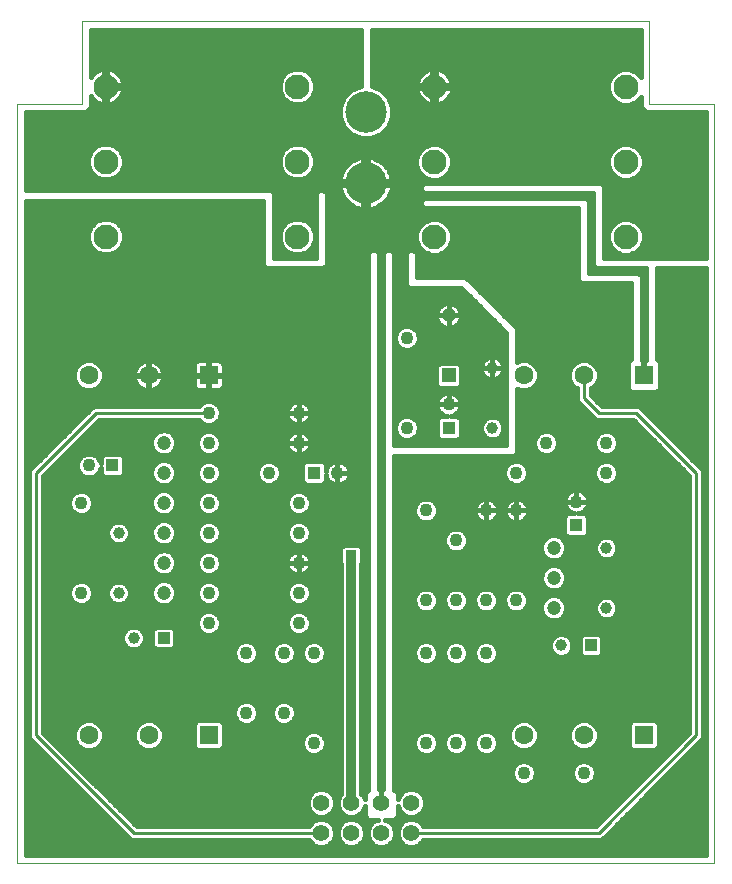
<source format=gtl>
G75*
%MOIN*%
%OFA0B0*%
%FSLAX25Y25*%
%IPPOS*%
%LPD*%
%AMOC8*
5,1,8,0,0,1.08239X$1,22.5*
%
%ADD10C,0.08268*%
%ADD11C,0.04724*%
%ADD12R,0.04724X0.04724*%
%ADD13C,0.04331*%
%ADD14R,0.04331X0.04331*%
%ADD15C,0.03937*%
%ADD16R,0.03937X0.03937*%
%ADD17R,0.06299X0.06299*%
%ADD18C,0.06299*%
%ADD19C,0.13843*%
%ADD20C,0.05512*%
%ADD21C,0.00000*%
%ADD22C,0.01600*%
%ADD23C,0.01000*%
%ADD24R,0.03562X0.03562*%
%ADD25C,0.03200*%
D10*
X0034425Y0215613D03*
X0034425Y0240613D03*
X0034425Y0265613D03*
X0098323Y0265613D03*
X0098323Y0240613D03*
X0098323Y0215613D03*
X0143926Y0215550D03*
X0143926Y0240550D03*
X0143926Y0265550D03*
X0207824Y0265550D03*
X0207824Y0240550D03*
X0207824Y0215550D03*
D11*
X0148750Y0189300D03*
X0183750Y0111800D03*
X0183750Y0101800D03*
X0183750Y0091800D03*
X0053750Y0096800D03*
X0053750Y0106800D03*
X0053750Y0116800D03*
X0053750Y0126800D03*
X0053750Y0136800D03*
X0053750Y0146800D03*
D12*
X0148750Y0169300D03*
D13*
X0148750Y0159740D03*
X0134750Y0151800D03*
X0141250Y0124300D03*
X0151250Y0114300D03*
X0161250Y0124300D03*
X0171250Y0124300D03*
X0171250Y0136800D03*
X0181250Y0146800D03*
X0191250Y0127240D03*
X0201250Y0136800D03*
X0201250Y0146800D03*
X0171250Y0094300D03*
X0161250Y0094300D03*
X0151250Y0094300D03*
X0141250Y0094300D03*
X0141250Y0076800D03*
X0151250Y0076800D03*
X0161250Y0076800D03*
X0161250Y0046800D03*
X0151250Y0046800D03*
X0141250Y0046800D03*
X0173750Y0036800D03*
X0193750Y0036800D03*
X0111690Y0136800D03*
X0098750Y0126800D03*
X0098750Y0116800D03*
X0098750Y0106800D03*
X0098750Y0096800D03*
X0098750Y0086800D03*
X0093750Y0076800D03*
X0103750Y0076800D03*
X0093750Y0056800D03*
X0081250Y0056800D03*
X0081250Y0076800D03*
X0068750Y0086800D03*
X0068750Y0096800D03*
X0068750Y0106800D03*
X0068750Y0116800D03*
X0068750Y0126800D03*
X0068750Y0136800D03*
X0068750Y0146800D03*
X0068750Y0156800D03*
X0088750Y0136800D03*
X0098750Y0146800D03*
X0098750Y0156800D03*
X0134750Y0181800D03*
X0028810Y0139300D03*
X0026250Y0126800D03*
X0026250Y0096800D03*
X0103750Y0046800D03*
D14*
X0103810Y0136800D03*
X0148750Y0151860D03*
X0191250Y0119360D03*
X0036690Y0139300D03*
D15*
X0038750Y0116800D03*
X0038750Y0096800D03*
X0043750Y0081800D03*
X0163250Y0151800D03*
X0163250Y0171800D03*
X0201250Y0111800D03*
X0201250Y0091800D03*
X0186250Y0079300D03*
D16*
X0196250Y0079300D03*
X0053750Y0081800D03*
D17*
X0068750Y0049363D03*
X0068750Y0169363D03*
X0213750Y0169363D03*
X0213750Y0049363D03*
D18*
X0193750Y0049363D03*
X0173750Y0049363D03*
X0173750Y0169363D03*
X0193750Y0169363D03*
X0048750Y0169363D03*
X0028750Y0169363D03*
X0028750Y0049363D03*
X0048750Y0049363D03*
D19*
X0121125Y0233438D03*
X0121125Y0257060D03*
D20*
X0116250Y0026800D03*
X0116250Y0016800D03*
X0106250Y0016800D03*
X0106250Y0026800D03*
X0126250Y0026800D03*
X0126250Y0016800D03*
X0136250Y0016800D03*
X0136250Y0026800D03*
D21*
X0237283Y0006800D02*
X0005000Y0006800D01*
X0005000Y0259831D01*
X0026654Y0259831D01*
X0026654Y0287391D01*
X0215630Y0287391D01*
X0215630Y0259831D01*
X0237283Y0259831D01*
X0237283Y0006800D01*
D22*
X0234483Y0009600D02*
X0007800Y0009600D01*
X0007800Y0227500D01*
X0086950Y0227500D01*
X0086950Y0206054D01*
X0088004Y0205000D01*
X0106996Y0205000D01*
X0108050Y0206054D01*
X0108050Y0230046D01*
X0106996Y0231100D01*
X0105504Y0231100D01*
X0104450Y0230046D01*
X0104450Y0208600D01*
X0090550Y0208600D01*
X0090550Y0230046D01*
X0089496Y0231100D01*
X0007800Y0231100D01*
X0007800Y0257031D01*
X0027210Y0257031D01*
X0028240Y0257458D01*
X0029027Y0258245D01*
X0029454Y0259275D01*
X0029454Y0262361D01*
X0029899Y0261747D01*
X0030560Y0261087D01*
X0031315Y0260538D01*
X0032147Y0260114D01*
X0033036Y0259825D01*
X0033847Y0259697D01*
X0033847Y0265035D01*
X0035003Y0265035D01*
X0035003Y0259697D01*
X0035815Y0259825D01*
X0036703Y0260114D01*
X0037535Y0260538D01*
X0038291Y0261087D01*
X0038951Y0261747D01*
X0039500Y0262503D01*
X0039924Y0263335D01*
X0040213Y0264223D01*
X0040341Y0265035D01*
X0035003Y0265035D01*
X0035003Y0266191D01*
X0033847Y0266191D01*
X0033847Y0271529D01*
X0033036Y0271401D01*
X0032147Y0271112D01*
X0031315Y0270688D01*
X0030560Y0270139D01*
X0029899Y0269479D01*
X0029454Y0268865D01*
X0029454Y0284591D01*
X0119450Y0284591D01*
X0119450Y0265781D01*
X0119390Y0265781D01*
X0116185Y0264454D01*
X0113731Y0262000D01*
X0112404Y0258795D01*
X0112404Y0255325D01*
X0113731Y0252120D01*
X0116185Y0249667D01*
X0119390Y0248339D01*
X0122860Y0248339D01*
X0126065Y0249667D01*
X0128519Y0252120D01*
X0129846Y0255325D01*
X0129846Y0258795D01*
X0128519Y0262000D01*
X0126065Y0264454D01*
X0123050Y0265702D01*
X0123050Y0284591D01*
X0212830Y0284591D01*
X0212830Y0268936D01*
X0211185Y0270580D01*
X0209004Y0271484D01*
X0206643Y0271484D01*
X0204463Y0270580D01*
X0202793Y0268911D01*
X0201890Y0266730D01*
X0201890Y0264370D01*
X0202793Y0262189D01*
X0204463Y0260520D01*
X0206643Y0259616D01*
X0209004Y0259616D01*
X0211185Y0260520D01*
X0212830Y0262164D01*
X0212830Y0259275D01*
X0213256Y0258245D01*
X0214044Y0257458D01*
X0215073Y0257031D01*
X0234483Y0257031D01*
X0234483Y0208600D01*
X0200550Y0208600D01*
X0200550Y0232546D01*
X0199496Y0233600D01*
X0140504Y0233600D01*
X0139450Y0232546D01*
X0139450Y0231054D01*
X0140504Y0230000D01*
X0196950Y0230000D01*
X0196950Y0206054D01*
X0198004Y0205000D01*
X0214450Y0205000D01*
X0214450Y0174313D01*
X0213836Y0174313D01*
X0213836Y0169449D01*
X0213664Y0169449D01*
X0213664Y0174313D01*
X0213050Y0174313D01*
X0213050Y0202546D01*
X0211996Y0203600D01*
X0195550Y0203600D01*
X0195550Y0227546D01*
X0194496Y0228600D01*
X0140504Y0228600D01*
X0139450Y0227546D01*
X0139450Y0226054D01*
X0140504Y0225000D01*
X0191950Y0225000D01*
X0191950Y0201054D01*
X0193004Y0200000D01*
X0209450Y0200000D01*
X0209450Y0174796D01*
X0208450Y0173796D01*
X0208450Y0164804D01*
X0209504Y0163750D01*
X0217996Y0163750D01*
X0219050Y0164804D01*
X0219050Y0173796D01*
X0218050Y0174796D01*
X0218050Y0205000D01*
X0234483Y0205000D01*
X0234483Y0009600D01*
X0234483Y0010201D02*
X0007800Y0010201D01*
X0007800Y0011800D02*
X0234483Y0011800D01*
X0234483Y0013399D02*
X0139292Y0013399D01*
X0138831Y0012938D02*
X0140112Y0014219D01*
X0140229Y0014500D01*
X0199703Y0014500D01*
X0232203Y0047000D01*
X0233550Y0048347D01*
X0233550Y0137753D01*
X0213550Y0157753D01*
X0212203Y0159100D01*
X0199703Y0159100D01*
X0196050Y0162753D01*
X0196050Y0164958D01*
X0196554Y0165167D01*
X0197946Y0166559D01*
X0198700Y0168378D01*
X0198700Y0170348D01*
X0197946Y0172167D01*
X0196554Y0173559D01*
X0194735Y0174313D01*
X0192765Y0174313D01*
X0190946Y0173559D01*
X0189554Y0172167D01*
X0188800Y0170348D01*
X0188800Y0168378D01*
X0189554Y0166559D01*
X0190946Y0165167D01*
X0191450Y0164958D01*
X0191450Y0160847D01*
X0192797Y0159500D01*
X0197797Y0154500D01*
X0210297Y0154500D01*
X0228950Y0135847D01*
X0228950Y0050253D01*
X0197797Y0019100D01*
X0140229Y0019100D01*
X0140112Y0019381D01*
X0138831Y0020662D01*
X0137156Y0021356D01*
X0135344Y0021356D01*
X0133669Y0020662D01*
X0132388Y0019381D01*
X0131694Y0017706D01*
X0131694Y0015894D01*
X0132388Y0014219D01*
X0133669Y0012938D01*
X0135344Y0012244D01*
X0137156Y0012244D01*
X0138831Y0012938D01*
X0133208Y0013399D02*
X0129292Y0013399D01*
X0128831Y0012938D02*
X0130112Y0014219D01*
X0130806Y0015894D01*
X0130806Y0017706D01*
X0130112Y0019381D01*
X0128831Y0020662D01*
X0127412Y0021250D01*
X0130746Y0021250D01*
X0131800Y0022304D01*
X0131800Y0025638D01*
X0132388Y0024219D01*
X0133669Y0022938D01*
X0135344Y0022244D01*
X0137156Y0022244D01*
X0138831Y0022938D01*
X0140112Y0024219D01*
X0140806Y0025894D01*
X0140806Y0027706D01*
X0140112Y0029381D01*
X0138831Y0030662D01*
X0137156Y0031356D01*
X0135344Y0031356D01*
X0133669Y0030662D01*
X0132388Y0029381D01*
X0131800Y0027962D01*
X0131800Y0030046D01*
X0130746Y0031100D01*
X0130550Y0031100D01*
X0130550Y0142497D01*
X0169028Y0142426D01*
X0169029Y0142425D01*
X0169770Y0142425D01*
X0170517Y0142424D01*
X0170519Y0142425D01*
X0170521Y0142425D01*
X0171047Y0142952D01*
X0171574Y0143476D01*
X0171574Y0143478D01*
X0171575Y0143479D01*
X0171575Y0144222D01*
X0171576Y0144967D01*
X0171575Y0144969D01*
X0171575Y0164906D01*
X0172765Y0164413D01*
X0174735Y0164413D01*
X0176554Y0165167D01*
X0177946Y0166559D01*
X0178700Y0168378D01*
X0178700Y0170348D01*
X0177946Y0172167D01*
X0176554Y0173559D01*
X0174735Y0174313D01*
X0172765Y0174313D01*
X0171575Y0173819D01*
X0171575Y0184226D01*
X0171576Y0184968D01*
X0171575Y0184969D01*
X0171575Y0184971D01*
X0171048Y0185498D01*
X0155550Y0201044D01*
X0155550Y0201046D01*
X0155019Y0201577D01*
X0154498Y0202099D01*
X0154497Y0202099D01*
X0154496Y0202100D01*
X0153749Y0202100D01*
X0153007Y0202101D01*
X0153006Y0202100D01*
X0138050Y0202100D01*
X0138050Y0210046D01*
X0136996Y0211100D01*
X0135504Y0211100D01*
X0134450Y0210046D01*
X0134450Y0199554D01*
X0135504Y0198500D01*
X0153003Y0198500D01*
X0167975Y0183481D01*
X0167975Y0146028D01*
X0130550Y0146097D01*
X0130550Y0210046D01*
X0129496Y0211100D01*
X0128004Y0211100D01*
X0126950Y0210046D01*
X0126950Y0144303D01*
X0126949Y0143558D01*
X0126950Y0143556D01*
X0126950Y0031302D01*
X0126609Y0031356D01*
X0126250Y0031356D01*
X0126250Y0026800D01*
X0126250Y0026800D01*
X0126250Y0031356D01*
X0125891Y0031356D01*
X0125550Y0031302D01*
X0125550Y0210046D01*
X0124496Y0211100D01*
X0123004Y0211100D01*
X0121950Y0210046D01*
X0121950Y0031100D01*
X0121754Y0031100D01*
X0120700Y0030046D01*
X0120700Y0027962D01*
X0120112Y0029381D01*
X0119650Y0029843D01*
X0119650Y0106592D01*
X0119831Y0106773D01*
X0119831Y0111827D01*
X0118777Y0112881D01*
X0113723Y0112881D01*
X0112669Y0111827D01*
X0112669Y0106773D01*
X0112850Y0106592D01*
X0112850Y0029843D01*
X0112388Y0029381D01*
X0111694Y0027706D01*
X0111694Y0025894D01*
X0112388Y0024219D01*
X0113669Y0022938D01*
X0115344Y0022244D01*
X0117156Y0022244D01*
X0118831Y0022938D01*
X0120112Y0024219D01*
X0120700Y0025638D01*
X0120700Y0022304D01*
X0121754Y0021250D01*
X0125088Y0021250D01*
X0123669Y0020662D01*
X0122388Y0019381D01*
X0121694Y0017706D01*
X0121694Y0015894D01*
X0122388Y0014219D01*
X0123669Y0012938D01*
X0125344Y0012244D01*
X0127156Y0012244D01*
X0128831Y0012938D01*
X0130434Y0014997D02*
X0132066Y0014997D01*
X0131694Y0016596D02*
X0130806Y0016596D01*
X0130604Y0018194D02*
X0131896Y0018194D01*
X0132800Y0019793D02*
X0129700Y0019793D01*
X0130887Y0021391D02*
X0200088Y0021391D01*
X0198490Y0019793D02*
X0139700Y0019793D01*
X0138883Y0022990D02*
X0201687Y0022990D01*
X0203285Y0024588D02*
X0140265Y0024588D01*
X0140806Y0026187D02*
X0204884Y0026187D01*
X0206482Y0027785D02*
X0140773Y0027785D01*
X0140109Y0029384D02*
X0208081Y0029384D01*
X0209679Y0030982D02*
X0138059Y0030982D01*
X0134441Y0030982D02*
X0130863Y0030982D01*
X0130550Y0032581D02*
X0211278Y0032581D01*
X0212876Y0034179D02*
X0196737Y0034179D01*
X0197112Y0034554D02*
X0197715Y0036011D01*
X0197715Y0037589D01*
X0197112Y0039046D01*
X0195996Y0040162D01*
X0194539Y0040765D01*
X0192961Y0040765D01*
X0191504Y0040162D01*
X0190388Y0039046D01*
X0189785Y0037589D01*
X0189785Y0036011D01*
X0190388Y0034554D01*
X0191504Y0033438D01*
X0192961Y0032835D01*
X0194539Y0032835D01*
X0195996Y0033438D01*
X0197112Y0034554D01*
X0197619Y0035778D02*
X0214475Y0035778D01*
X0216074Y0037376D02*
X0197715Y0037376D01*
X0197141Y0038975D02*
X0217672Y0038975D01*
X0219271Y0040573D02*
X0195003Y0040573D01*
X0192497Y0040573D02*
X0175003Y0040573D01*
X0174539Y0040765D02*
X0172961Y0040765D01*
X0171504Y0040162D01*
X0170388Y0039046D01*
X0169785Y0037589D01*
X0169785Y0036011D01*
X0170388Y0034554D01*
X0171504Y0033438D01*
X0172961Y0032835D01*
X0174539Y0032835D01*
X0175996Y0033438D01*
X0177112Y0034554D01*
X0177715Y0036011D01*
X0177715Y0037589D01*
X0177112Y0039046D01*
X0175996Y0040162D01*
X0174539Y0040765D01*
X0172497Y0040573D02*
X0130550Y0040573D01*
X0130550Y0038975D02*
X0170359Y0038975D01*
X0169785Y0037376D02*
X0130550Y0037376D01*
X0130550Y0035778D02*
X0169881Y0035778D01*
X0170763Y0034179D02*
X0130550Y0034179D01*
X0126950Y0034179D02*
X0125550Y0034179D01*
X0125550Y0032581D02*
X0126950Y0032581D01*
X0126250Y0030982D02*
X0126250Y0030982D01*
X0126250Y0029384D02*
X0126250Y0029384D01*
X0126250Y0027785D02*
X0126250Y0027785D01*
X0121637Y0030982D02*
X0119650Y0030982D01*
X0119650Y0032581D02*
X0121950Y0032581D01*
X0121950Y0034179D02*
X0119650Y0034179D01*
X0119650Y0035778D02*
X0121950Y0035778D01*
X0121950Y0037376D02*
X0119650Y0037376D01*
X0119650Y0038975D02*
X0121950Y0038975D01*
X0121950Y0040573D02*
X0119650Y0040573D01*
X0119650Y0042172D02*
X0121950Y0042172D01*
X0121950Y0043770D02*
X0119650Y0043770D01*
X0119650Y0045369D02*
X0121950Y0045369D01*
X0121950Y0046967D02*
X0119650Y0046967D01*
X0119650Y0048566D02*
X0121950Y0048566D01*
X0121950Y0050164D02*
X0119650Y0050164D01*
X0119650Y0051763D02*
X0121950Y0051763D01*
X0121950Y0053361D02*
X0119650Y0053361D01*
X0119650Y0054960D02*
X0121950Y0054960D01*
X0121950Y0056558D02*
X0119650Y0056558D01*
X0119650Y0058157D02*
X0121950Y0058157D01*
X0121950Y0059755D02*
X0119650Y0059755D01*
X0119650Y0061354D02*
X0121950Y0061354D01*
X0121950Y0062952D02*
X0119650Y0062952D01*
X0119650Y0064551D02*
X0121950Y0064551D01*
X0121950Y0066149D02*
X0119650Y0066149D01*
X0119650Y0067748D02*
X0121950Y0067748D01*
X0121950Y0069346D02*
X0119650Y0069346D01*
X0119650Y0070945D02*
X0121950Y0070945D01*
X0121950Y0072543D02*
X0119650Y0072543D01*
X0119650Y0074142D02*
X0121950Y0074142D01*
X0121950Y0075740D02*
X0119650Y0075740D01*
X0119650Y0077339D02*
X0121950Y0077339D01*
X0121950Y0078937D02*
X0119650Y0078937D01*
X0119650Y0080536D02*
X0121950Y0080536D01*
X0121950Y0082134D02*
X0119650Y0082134D01*
X0119650Y0083733D02*
X0121950Y0083733D01*
X0121950Y0085332D02*
X0119650Y0085332D01*
X0119650Y0086930D02*
X0121950Y0086930D01*
X0121950Y0088529D02*
X0119650Y0088529D01*
X0119650Y0090127D02*
X0121950Y0090127D01*
X0121950Y0091726D02*
X0119650Y0091726D01*
X0119650Y0093324D02*
X0121950Y0093324D01*
X0121950Y0094923D02*
X0119650Y0094923D01*
X0119650Y0096521D02*
X0121950Y0096521D01*
X0121950Y0098120D02*
X0119650Y0098120D01*
X0119650Y0099718D02*
X0121950Y0099718D01*
X0121950Y0101317D02*
X0119650Y0101317D01*
X0119650Y0102915D02*
X0121950Y0102915D01*
X0121950Y0104514D02*
X0119650Y0104514D01*
X0119650Y0106112D02*
X0121950Y0106112D01*
X0121950Y0107711D02*
X0119831Y0107711D01*
X0119831Y0109309D02*
X0121950Y0109309D01*
X0121950Y0110908D02*
X0119831Y0110908D01*
X0119152Y0112506D02*
X0121950Y0112506D01*
X0121950Y0114105D02*
X0101663Y0114105D01*
X0102112Y0114554D02*
X0102715Y0116011D01*
X0102715Y0117589D01*
X0102112Y0119046D01*
X0100996Y0120162D01*
X0099539Y0120765D01*
X0097961Y0120765D01*
X0096504Y0120162D01*
X0095388Y0119046D01*
X0094785Y0117589D01*
X0094785Y0116011D01*
X0095388Y0114554D01*
X0096504Y0113438D01*
X0097961Y0112835D01*
X0099539Y0112835D01*
X0100996Y0113438D01*
X0102112Y0114554D01*
X0102588Y0115703D02*
X0121950Y0115703D01*
X0121950Y0117302D02*
X0102715Y0117302D01*
X0102172Y0118900D02*
X0121950Y0118900D01*
X0121950Y0120499D02*
X0100182Y0120499D01*
X0099539Y0122835D02*
X0097961Y0122835D01*
X0096504Y0123438D01*
X0095388Y0124554D01*
X0094785Y0126011D01*
X0094785Y0127589D01*
X0095388Y0129046D01*
X0096504Y0130162D01*
X0097961Y0130765D01*
X0099539Y0130765D01*
X0100996Y0130162D01*
X0102112Y0129046D01*
X0102715Y0127589D01*
X0102715Y0126011D01*
X0102112Y0124554D01*
X0100996Y0123438D01*
X0099539Y0122835D01*
X0101254Y0123696D02*
X0121950Y0123696D01*
X0121950Y0125294D02*
X0102418Y0125294D01*
X0102715Y0126893D02*
X0121950Y0126893D01*
X0121950Y0128491D02*
X0102341Y0128491D01*
X0101068Y0130090D02*
X0121950Y0130090D01*
X0121950Y0131688D02*
X0013550Y0131688D01*
X0013550Y0130090D02*
X0023932Y0130090D01*
X0024004Y0130162D02*
X0022888Y0129046D01*
X0022285Y0127589D01*
X0022285Y0126011D01*
X0022888Y0124554D01*
X0024004Y0123438D01*
X0025461Y0122835D01*
X0027039Y0122835D01*
X0028496Y0123438D01*
X0029612Y0124554D01*
X0030215Y0126011D01*
X0030215Y0127589D01*
X0029612Y0129046D01*
X0028496Y0130162D01*
X0027039Y0130765D01*
X0025461Y0130765D01*
X0024004Y0130162D01*
X0022659Y0128491D02*
X0013550Y0128491D01*
X0013550Y0126893D02*
X0022285Y0126893D01*
X0022582Y0125294D02*
X0013550Y0125294D01*
X0013550Y0123696D02*
X0023746Y0123696D01*
X0028754Y0123696D02*
X0050968Y0123696D01*
X0051392Y0123271D02*
X0052922Y0122638D01*
X0054578Y0122638D01*
X0056108Y0123271D01*
X0057279Y0124442D01*
X0057912Y0125972D01*
X0057912Y0127628D01*
X0057279Y0129158D01*
X0056108Y0130329D01*
X0054578Y0130962D01*
X0052922Y0130962D01*
X0051392Y0130329D01*
X0050221Y0129158D01*
X0049588Y0127628D01*
X0049588Y0125972D01*
X0050221Y0124442D01*
X0051392Y0123271D01*
X0049869Y0125294D02*
X0029918Y0125294D01*
X0030215Y0126893D02*
X0049588Y0126893D01*
X0049945Y0128491D02*
X0029841Y0128491D01*
X0028568Y0130090D02*
X0051154Y0130090D01*
X0052922Y0132638D02*
X0051392Y0133271D01*
X0050221Y0134442D01*
X0049588Y0135972D01*
X0049588Y0137628D01*
X0050221Y0139158D01*
X0051392Y0140329D01*
X0052922Y0140962D01*
X0054578Y0140962D01*
X0056108Y0140329D01*
X0057279Y0139158D01*
X0057912Y0137628D01*
X0057912Y0135972D01*
X0057279Y0134442D01*
X0056108Y0133271D01*
X0054578Y0132638D01*
X0052922Y0132638D01*
X0051377Y0133287D02*
X0013550Y0133287D01*
X0013550Y0134885D02*
X0050038Y0134885D01*
X0049588Y0136484D02*
X0040655Y0136484D01*
X0040655Y0136389D02*
X0040655Y0142211D01*
X0039601Y0143265D01*
X0033779Y0143265D01*
X0032725Y0142211D01*
X0032725Y0140211D01*
X0032172Y0141546D01*
X0031056Y0142662D01*
X0029599Y0143265D01*
X0028021Y0143265D01*
X0026564Y0142662D01*
X0025448Y0141546D01*
X0024845Y0140089D01*
X0024845Y0138511D01*
X0025448Y0137054D01*
X0026564Y0135938D01*
X0028021Y0135335D01*
X0029599Y0135335D01*
X0031056Y0135938D01*
X0032172Y0137054D01*
X0032725Y0138389D01*
X0032725Y0136389D01*
X0033779Y0135335D01*
X0039601Y0135335D01*
X0040655Y0136389D01*
X0040655Y0138082D02*
X0049776Y0138082D01*
X0050745Y0139681D02*
X0040655Y0139681D01*
X0040655Y0141279D02*
X0121950Y0141279D01*
X0121950Y0139681D02*
X0114417Y0139681D01*
X0114218Y0139880D02*
X0113568Y0140314D01*
X0112847Y0140613D01*
X0112081Y0140765D01*
X0111690Y0140765D01*
X0111299Y0140765D01*
X0110533Y0140613D01*
X0109812Y0140314D01*
X0109162Y0139880D01*
X0108610Y0139328D01*
X0108176Y0138678D01*
X0107877Y0137957D01*
X0107775Y0137445D01*
X0107775Y0139711D01*
X0106721Y0140765D01*
X0100899Y0140765D01*
X0099845Y0139711D01*
X0099845Y0133889D01*
X0100899Y0132835D01*
X0106721Y0132835D01*
X0107775Y0133889D01*
X0107775Y0136155D01*
X0107877Y0135643D01*
X0108176Y0134922D01*
X0108610Y0134272D01*
X0109162Y0133720D01*
X0109812Y0133286D01*
X0110533Y0132987D01*
X0111299Y0132835D01*
X0111690Y0132835D01*
X0112081Y0132835D01*
X0112847Y0132987D01*
X0113568Y0133286D01*
X0114218Y0133720D01*
X0114770Y0134272D01*
X0115204Y0134922D01*
X0115503Y0135643D01*
X0115655Y0136409D01*
X0115655Y0136800D01*
X0115655Y0137191D01*
X0115503Y0137957D01*
X0115204Y0138678D01*
X0114770Y0139328D01*
X0114218Y0139880D01*
X0115451Y0138082D02*
X0121950Y0138082D01*
X0121950Y0136484D02*
X0115655Y0136484D01*
X0115655Y0136800D02*
X0111690Y0136800D01*
X0115655Y0136800D01*
X0115180Y0134885D02*
X0121950Y0134885D01*
X0121950Y0133287D02*
X0113570Y0133287D01*
X0111690Y0133287D02*
X0111690Y0133287D01*
X0111690Y0132835D02*
X0111690Y0136800D01*
X0111690Y0136800D01*
X0111690Y0140765D01*
X0111690Y0136800D01*
X0111690Y0136800D01*
X0111690Y0136800D01*
X0111690Y0132835D01*
X0109810Y0133287D02*
X0107173Y0133287D01*
X0107775Y0134885D02*
X0108200Y0134885D01*
X0107929Y0138082D02*
X0107775Y0138082D01*
X0107775Y0139681D02*
X0108963Y0139681D01*
X0111690Y0139681D02*
X0111690Y0139681D01*
X0111690Y0138082D02*
X0111690Y0138082D01*
X0111690Y0136484D02*
X0111690Y0136484D01*
X0111690Y0134885D02*
X0111690Y0134885D01*
X0121950Y0142878D02*
X0099358Y0142878D01*
X0099141Y0142835D02*
X0099907Y0142987D01*
X0100628Y0143286D01*
X0101278Y0143720D01*
X0101830Y0144272D01*
X0102264Y0144922D01*
X0102563Y0145643D01*
X0102715Y0146409D01*
X0102715Y0146800D01*
X0102715Y0147191D01*
X0102563Y0147957D01*
X0102264Y0148678D01*
X0101830Y0149328D01*
X0101278Y0149880D01*
X0100628Y0150314D01*
X0099907Y0150613D01*
X0099141Y0150765D01*
X0098750Y0150765D01*
X0098359Y0150765D01*
X0097593Y0150613D01*
X0096872Y0150314D01*
X0096222Y0149880D01*
X0095670Y0149328D01*
X0095236Y0148678D01*
X0094937Y0147957D01*
X0094785Y0147191D01*
X0094785Y0146800D01*
X0094785Y0146409D01*
X0094937Y0145643D01*
X0095236Y0144922D01*
X0095670Y0144272D01*
X0096222Y0143720D01*
X0096872Y0143286D01*
X0097593Y0142987D01*
X0098359Y0142835D01*
X0098750Y0142835D01*
X0099141Y0142835D01*
X0098750Y0142835D02*
X0098750Y0146800D01*
X0102715Y0146800D01*
X0098750Y0146800D01*
X0098750Y0146800D01*
X0098750Y0146800D01*
X0098750Y0150765D01*
X0098750Y0146800D01*
X0098750Y0146800D01*
X0098750Y0146800D01*
X0094785Y0146800D01*
X0098750Y0146800D01*
X0098750Y0142835D01*
X0098750Y0142878D02*
X0098750Y0142878D01*
X0098142Y0142878D02*
X0069643Y0142878D01*
X0069539Y0142835D02*
X0070996Y0143438D01*
X0072112Y0144554D01*
X0072715Y0146011D01*
X0072715Y0147589D01*
X0072112Y0149046D01*
X0070996Y0150162D01*
X0069539Y0150765D01*
X0067961Y0150765D01*
X0066504Y0150162D01*
X0065388Y0149046D01*
X0064785Y0147589D01*
X0064785Y0146011D01*
X0065388Y0144554D01*
X0066504Y0143438D01*
X0067961Y0142835D01*
X0069539Y0142835D01*
X0067857Y0142878D02*
X0055158Y0142878D01*
X0054578Y0142638D02*
X0056108Y0143271D01*
X0057279Y0144442D01*
X0057912Y0145972D01*
X0057912Y0147628D01*
X0057279Y0149158D01*
X0056108Y0150329D01*
X0054578Y0150962D01*
X0052922Y0150962D01*
X0051392Y0150329D01*
X0050221Y0149158D01*
X0049588Y0147628D01*
X0049588Y0145972D01*
X0050221Y0144442D01*
X0051392Y0143271D01*
X0052922Y0142638D01*
X0054578Y0142638D01*
X0052342Y0142878D02*
X0039988Y0142878D01*
X0033392Y0142878D02*
X0030534Y0142878D01*
X0032282Y0141279D02*
X0032725Y0141279D01*
X0032725Y0138082D02*
X0032598Y0138082D01*
X0032725Y0136484D02*
X0031602Y0136484D01*
X0027086Y0142878D02*
X0020581Y0142878D01*
X0022179Y0144476D02*
X0050207Y0144476D01*
X0049588Y0146075D02*
X0023778Y0146075D01*
X0025376Y0147673D02*
X0049607Y0147673D01*
X0050336Y0149272D02*
X0026975Y0149272D01*
X0028573Y0150870D02*
X0052701Y0150870D01*
X0054799Y0150870D02*
X0121950Y0150870D01*
X0121950Y0149272D02*
X0101867Y0149272D01*
X0102619Y0147673D02*
X0121950Y0147673D01*
X0121950Y0146075D02*
X0102649Y0146075D01*
X0101967Y0144476D02*
X0121950Y0144476D01*
X0125550Y0144476D02*
X0126950Y0144476D01*
X0126950Y0142878D02*
X0125550Y0142878D01*
X0125550Y0141279D02*
X0126950Y0141279D01*
X0126950Y0139681D02*
X0125550Y0139681D01*
X0125550Y0138082D02*
X0126950Y0138082D01*
X0126950Y0136484D02*
X0125550Y0136484D01*
X0125550Y0134885D02*
X0126950Y0134885D01*
X0126950Y0133287D02*
X0125550Y0133287D01*
X0125550Y0131688D02*
X0126950Y0131688D01*
X0126950Y0130090D02*
X0125550Y0130090D01*
X0125550Y0128491D02*
X0126950Y0128491D01*
X0126950Y0126893D02*
X0125550Y0126893D01*
X0125550Y0125294D02*
X0126950Y0125294D01*
X0126950Y0123696D02*
X0125550Y0123696D01*
X0125550Y0122097D02*
X0126950Y0122097D01*
X0126950Y0120499D02*
X0125550Y0120499D01*
X0125550Y0118900D02*
X0126950Y0118900D01*
X0126950Y0117302D02*
X0125550Y0117302D01*
X0125550Y0115703D02*
X0126950Y0115703D01*
X0126950Y0114105D02*
X0125550Y0114105D01*
X0125550Y0112506D02*
X0126950Y0112506D01*
X0126950Y0110908D02*
X0125550Y0110908D01*
X0125550Y0109309D02*
X0126950Y0109309D01*
X0126950Y0107711D02*
X0125550Y0107711D01*
X0125550Y0106112D02*
X0126950Y0106112D01*
X0126950Y0104514D02*
X0125550Y0104514D01*
X0125550Y0102915D02*
X0126950Y0102915D01*
X0126950Y0101317D02*
X0125550Y0101317D01*
X0125550Y0099718D02*
X0126950Y0099718D01*
X0126950Y0098120D02*
X0125550Y0098120D01*
X0125550Y0096521D02*
X0126950Y0096521D01*
X0126950Y0094923D02*
X0125550Y0094923D01*
X0125550Y0093324D02*
X0126950Y0093324D01*
X0126950Y0091726D02*
X0125550Y0091726D01*
X0125550Y0090127D02*
X0126950Y0090127D01*
X0126950Y0088529D02*
X0125550Y0088529D01*
X0125550Y0086930D02*
X0126950Y0086930D01*
X0126950Y0085332D02*
X0125550Y0085332D01*
X0125550Y0083733D02*
X0126950Y0083733D01*
X0126950Y0082134D02*
X0125550Y0082134D01*
X0125550Y0080536D02*
X0126950Y0080536D01*
X0126950Y0078937D02*
X0125550Y0078937D01*
X0125550Y0077339D02*
X0126950Y0077339D01*
X0126950Y0075740D02*
X0125550Y0075740D01*
X0125550Y0074142D02*
X0126950Y0074142D01*
X0126950Y0072543D02*
X0125550Y0072543D01*
X0125550Y0070945D02*
X0126950Y0070945D01*
X0126950Y0069346D02*
X0125550Y0069346D01*
X0125550Y0067748D02*
X0126950Y0067748D01*
X0126950Y0066149D02*
X0125550Y0066149D01*
X0125550Y0064551D02*
X0126950Y0064551D01*
X0126950Y0062952D02*
X0125550Y0062952D01*
X0125550Y0061354D02*
X0126950Y0061354D01*
X0126950Y0059755D02*
X0125550Y0059755D01*
X0125550Y0058157D02*
X0126950Y0058157D01*
X0126950Y0056558D02*
X0125550Y0056558D01*
X0125550Y0054960D02*
X0126950Y0054960D01*
X0126950Y0053361D02*
X0125550Y0053361D01*
X0125550Y0051763D02*
X0126950Y0051763D01*
X0126950Y0050164D02*
X0125550Y0050164D01*
X0125550Y0048566D02*
X0126950Y0048566D01*
X0126950Y0046967D02*
X0125550Y0046967D01*
X0125550Y0045369D02*
X0126950Y0045369D01*
X0126950Y0043770D02*
X0125550Y0043770D01*
X0125550Y0042172D02*
X0126950Y0042172D01*
X0126950Y0040573D02*
X0125550Y0040573D01*
X0125550Y0038975D02*
X0126950Y0038975D01*
X0126950Y0037376D02*
X0125550Y0037376D01*
X0125550Y0035778D02*
X0126950Y0035778D01*
X0130550Y0042172D02*
X0220869Y0042172D01*
X0222468Y0043770D02*
X0163828Y0043770D01*
X0163496Y0043438D02*
X0164612Y0044554D01*
X0165215Y0046011D01*
X0165215Y0047589D01*
X0164612Y0049046D01*
X0163496Y0050162D01*
X0162039Y0050765D01*
X0160461Y0050765D01*
X0159004Y0050162D01*
X0157888Y0049046D01*
X0157285Y0047589D01*
X0157285Y0046011D01*
X0157888Y0044554D01*
X0159004Y0043438D01*
X0160461Y0042835D01*
X0162039Y0042835D01*
X0163496Y0043438D01*
X0164949Y0045369D02*
X0170744Y0045369D01*
X0170946Y0045167D02*
X0169554Y0046559D01*
X0168800Y0048378D01*
X0168800Y0050348D01*
X0169554Y0052167D01*
X0170946Y0053559D01*
X0172765Y0054313D01*
X0174735Y0054313D01*
X0176554Y0053559D01*
X0177946Y0052167D01*
X0178700Y0050348D01*
X0178700Y0048378D01*
X0177946Y0046559D01*
X0176554Y0045167D01*
X0174735Y0044413D01*
X0172765Y0044413D01*
X0170946Y0045167D01*
X0169385Y0046967D02*
X0165215Y0046967D01*
X0164811Y0048566D02*
X0168800Y0048566D01*
X0168800Y0050164D02*
X0163490Y0050164D01*
X0159010Y0050164D02*
X0153490Y0050164D01*
X0153496Y0050162D02*
X0152039Y0050765D01*
X0150461Y0050765D01*
X0149004Y0050162D01*
X0147888Y0049046D01*
X0147285Y0047589D01*
X0147285Y0046011D01*
X0147888Y0044554D01*
X0149004Y0043438D01*
X0150461Y0042835D01*
X0152039Y0042835D01*
X0153496Y0043438D01*
X0154612Y0044554D01*
X0155215Y0046011D01*
X0155215Y0047589D01*
X0154612Y0049046D01*
X0153496Y0050162D01*
X0154811Y0048566D02*
X0157689Y0048566D01*
X0157285Y0046967D02*
X0155215Y0046967D01*
X0154949Y0045369D02*
X0157551Y0045369D01*
X0158672Y0043770D02*
X0153828Y0043770D01*
X0148672Y0043770D02*
X0143828Y0043770D01*
X0143496Y0043438D02*
X0144612Y0044554D01*
X0145215Y0046011D01*
X0145215Y0047589D01*
X0144612Y0049046D01*
X0143496Y0050162D01*
X0142039Y0050765D01*
X0140461Y0050765D01*
X0139004Y0050162D01*
X0137888Y0049046D01*
X0137285Y0047589D01*
X0137285Y0046011D01*
X0137888Y0044554D01*
X0139004Y0043438D01*
X0140461Y0042835D01*
X0142039Y0042835D01*
X0143496Y0043438D01*
X0144949Y0045369D02*
X0147551Y0045369D01*
X0147285Y0046967D02*
X0145215Y0046967D01*
X0144811Y0048566D02*
X0147689Y0048566D01*
X0149010Y0050164D02*
X0143490Y0050164D01*
X0139010Y0050164D02*
X0130550Y0050164D01*
X0130550Y0048566D02*
X0137689Y0048566D01*
X0137285Y0046967D02*
X0130550Y0046967D01*
X0130550Y0045369D02*
X0137551Y0045369D01*
X0138672Y0043770D02*
X0130550Y0043770D01*
X0130550Y0051763D02*
X0169387Y0051763D01*
X0170749Y0053361D02*
X0130550Y0053361D01*
X0130550Y0054960D02*
X0228950Y0054960D01*
X0228950Y0056558D02*
X0130550Y0056558D01*
X0130550Y0058157D02*
X0228950Y0058157D01*
X0228950Y0059755D02*
X0130550Y0059755D01*
X0130550Y0061354D02*
X0228950Y0061354D01*
X0228950Y0062952D02*
X0130550Y0062952D01*
X0130550Y0064551D02*
X0228950Y0064551D01*
X0228950Y0066149D02*
X0130550Y0066149D01*
X0130550Y0067748D02*
X0228950Y0067748D01*
X0228950Y0069346D02*
X0130550Y0069346D01*
X0130550Y0070945D02*
X0228950Y0070945D01*
X0228950Y0072543D02*
X0130550Y0072543D01*
X0130550Y0074142D02*
X0138300Y0074142D01*
X0137888Y0074554D02*
X0139004Y0073438D01*
X0140461Y0072835D01*
X0142039Y0072835D01*
X0143496Y0073438D01*
X0144612Y0074554D01*
X0145215Y0076011D01*
X0145215Y0077589D01*
X0144612Y0079046D01*
X0143496Y0080162D01*
X0142039Y0080765D01*
X0140461Y0080765D01*
X0139004Y0080162D01*
X0137888Y0079046D01*
X0137285Y0077589D01*
X0137285Y0076011D01*
X0137888Y0074554D01*
X0137397Y0075740D02*
X0130550Y0075740D01*
X0130550Y0077339D02*
X0137285Y0077339D01*
X0137843Y0078937D02*
X0130550Y0078937D01*
X0130550Y0080536D02*
X0139908Y0080536D01*
X0142592Y0080536D02*
X0149908Y0080536D01*
X0150461Y0080765D02*
X0149004Y0080162D01*
X0147888Y0079046D01*
X0147285Y0077589D01*
X0147285Y0076011D01*
X0147888Y0074554D01*
X0149004Y0073438D01*
X0150461Y0072835D01*
X0152039Y0072835D01*
X0153496Y0073438D01*
X0154612Y0074554D01*
X0155215Y0076011D01*
X0155215Y0077589D01*
X0154612Y0079046D01*
X0153496Y0080162D01*
X0152039Y0080765D01*
X0150461Y0080765D01*
X0152592Y0080536D02*
X0159908Y0080536D01*
X0160461Y0080765D02*
X0159004Y0080162D01*
X0157888Y0079046D01*
X0157285Y0077589D01*
X0157285Y0076011D01*
X0157888Y0074554D01*
X0159004Y0073438D01*
X0160461Y0072835D01*
X0162039Y0072835D01*
X0163496Y0073438D01*
X0164612Y0074554D01*
X0165215Y0076011D01*
X0165215Y0077589D01*
X0164612Y0079046D01*
X0163496Y0080162D01*
X0162039Y0080765D01*
X0160461Y0080765D01*
X0162592Y0080536D02*
X0182683Y0080536D01*
X0182481Y0080050D02*
X0182481Y0078550D01*
X0183055Y0077165D01*
X0184115Y0076105D01*
X0185500Y0075531D01*
X0187000Y0075531D01*
X0188385Y0076105D01*
X0189445Y0077165D01*
X0190018Y0078550D01*
X0190018Y0080050D01*
X0189445Y0081435D01*
X0188385Y0082495D01*
X0187000Y0083068D01*
X0185500Y0083068D01*
X0184115Y0082495D01*
X0183055Y0081435D01*
X0182481Y0080050D01*
X0182481Y0078937D02*
X0164657Y0078937D01*
X0165215Y0077339D02*
X0182983Y0077339D01*
X0184996Y0075740D02*
X0165103Y0075740D01*
X0164200Y0074142D02*
X0228950Y0074142D01*
X0228950Y0075740D02*
X0199173Y0075740D01*
X0198964Y0075531D02*
X0200018Y0076586D01*
X0200018Y0082014D01*
X0198964Y0083068D01*
X0193536Y0083068D01*
X0192481Y0082014D01*
X0192481Y0076586D01*
X0193536Y0075531D01*
X0198964Y0075531D01*
X0200018Y0077339D02*
X0228950Y0077339D01*
X0228950Y0078937D02*
X0200018Y0078937D01*
X0200018Y0080536D02*
X0228950Y0080536D01*
X0228950Y0082134D02*
X0199898Y0082134D01*
X0200500Y0088031D02*
X0202000Y0088031D01*
X0203385Y0088605D01*
X0204445Y0089665D01*
X0205018Y0091050D01*
X0205018Y0092550D01*
X0204445Y0093935D01*
X0203385Y0094995D01*
X0202000Y0095568D01*
X0200500Y0095568D01*
X0199115Y0094995D01*
X0198055Y0093935D01*
X0197481Y0092550D01*
X0197481Y0091050D01*
X0198055Y0089665D01*
X0199115Y0088605D01*
X0200500Y0088031D01*
X0199300Y0088529D02*
X0186365Y0088529D01*
X0186108Y0088271D02*
X0187279Y0089442D01*
X0187912Y0090972D01*
X0187912Y0092628D01*
X0187279Y0094158D01*
X0186108Y0095329D01*
X0184578Y0095962D01*
X0182922Y0095962D01*
X0181392Y0095329D01*
X0180221Y0094158D01*
X0179588Y0092628D01*
X0179588Y0090972D01*
X0180221Y0089442D01*
X0181392Y0088271D01*
X0182922Y0087638D01*
X0184578Y0087638D01*
X0186108Y0088271D01*
X0187562Y0090127D02*
X0197864Y0090127D01*
X0197481Y0091726D02*
X0187912Y0091726D01*
X0187624Y0093324D02*
X0197802Y0093324D01*
X0199043Y0094923D02*
X0186514Y0094923D01*
X0185741Y0098120D02*
X0228950Y0098120D01*
X0228950Y0099718D02*
X0187393Y0099718D01*
X0187279Y0099442D02*
X0187912Y0100972D01*
X0187912Y0102628D01*
X0187279Y0104158D01*
X0186108Y0105329D01*
X0184578Y0105962D01*
X0182922Y0105962D01*
X0181392Y0105329D01*
X0180221Y0104158D01*
X0179588Y0102628D01*
X0179588Y0100972D01*
X0180221Y0099442D01*
X0181392Y0098271D01*
X0182922Y0097638D01*
X0184578Y0097638D01*
X0186108Y0098271D01*
X0187279Y0099442D01*
X0187912Y0101317D02*
X0228950Y0101317D01*
X0228950Y0102915D02*
X0187793Y0102915D01*
X0186923Y0104514D02*
X0228950Y0104514D01*
X0228950Y0106112D02*
X0130550Y0106112D01*
X0130550Y0104514D02*
X0180577Y0104514D01*
X0179707Y0102915D02*
X0130550Y0102915D01*
X0130550Y0101317D02*
X0179588Y0101317D01*
X0180107Y0099718D02*
X0130550Y0099718D01*
X0130550Y0098120D02*
X0140109Y0098120D01*
X0140461Y0098265D02*
X0139004Y0097662D01*
X0137888Y0096546D01*
X0137285Y0095089D01*
X0137285Y0093511D01*
X0137888Y0092054D01*
X0139004Y0090938D01*
X0140461Y0090335D01*
X0142039Y0090335D01*
X0143496Y0090938D01*
X0144612Y0092054D01*
X0145215Y0093511D01*
X0145215Y0095089D01*
X0144612Y0096546D01*
X0143496Y0097662D01*
X0142039Y0098265D01*
X0140461Y0098265D01*
X0142391Y0098120D02*
X0150109Y0098120D01*
X0150461Y0098265D02*
X0149004Y0097662D01*
X0147888Y0096546D01*
X0147285Y0095089D01*
X0147285Y0093511D01*
X0147888Y0092054D01*
X0149004Y0090938D01*
X0150461Y0090335D01*
X0152039Y0090335D01*
X0153496Y0090938D01*
X0154612Y0092054D01*
X0155215Y0093511D01*
X0155215Y0095089D01*
X0154612Y0096546D01*
X0153496Y0097662D01*
X0152039Y0098265D01*
X0150461Y0098265D01*
X0152391Y0098120D02*
X0160109Y0098120D01*
X0160461Y0098265D02*
X0159004Y0097662D01*
X0157888Y0096546D01*
X0157285Y0095089D01*
X0157285Y0093511D01*
X0157888Y0092054D01*
X0159004Y0090938D01*
X0160461Y0090335D01*
X0162039Y0090335D01*
X0163496Y0090938D01*
X0164612Y0092054D01*
X0165215Y0093511D01*
X0165215Y0095089D01*
X0164612Y0096546D01*
X0163496Y0097662D01*
X0162039Y0098265D01*
X0160461Y0098265D01*
X0162391Y0098120D02*
X0170109Y0098120D01*
X0170461Y0098265D02*
X0169004Y0097662D01*
X0167888Y0096546D01*
X0167285Y0095089D01*
X0167285Y0093511D01*
X0167888Y0092054D01*
X0169004Y0090938D01*
X0170461Y0090335D01*
X0172039Y0090335D01*
X0173496Y0090938D01*
X0174612Y0092054D01*
X0175215Y0093511D01*
X0175215Y0095089D01*
X0174612Y0096546D01*
X0173496Y0097662D01*
X0172039Y0098265D01*
X0170461Y0098265D01*
X0172391Y0098120D02*
X0181759Y0098120D01*
X0180986Y0094923D02*
X0175215Y0094923D01*
X0175138Y0093324D02*
X0179876Y0093324D01*
X0179588Y0091726D02*
X0174283Y0091726D01*
X0174622Y0096521D02*
X0228950Y0096521D01*
X0228950Y0094923D02*
X0203457Y0094923D01*
X0204698Y0093324D02*
X0228950Y0093324D01*
X0228950Y0091726D02*
X0205018Y0091726D01*
X0204636Y0090127D02*
X0228950Y0090127D01*
X0228950Y0088529D02*
X0203200Y0088529D01*
X0192602Y0082134D02*
X0188745Y0082134D01*
X0189817Y0080536D02*
X0192481Y0080536D01*
X0192481Y0078937D02*
X0190018Y0078937D01*
X0189517Y0077339D02*
X0192481Y0077339D01*
X0193327Y0075740D02*
X0187504Y0075740D01*
X0183755Y0082134D02*
X0130550Y0082134D01*
X0130550Y0083733D02*
X0228950Y0083733D01*
X0228950Y0085332D02*
X0130550Y0085332D01*
X0130550Y0086930D02*
X0228950Y0086930D01*
X0233550Y0086930D02*
X0234483Y0086930D01*
X0234483Y0085332D02*
X0233550Y0085332D01*
X0233550Y0083733D02*
X0234483Y0083733D01*
X0234483Y0082134D02*
X0233550Y0082134D01*
X0233550Y0080536D02*
X0234483Y0080536D01*
X0234483Y0078937D02*
X0233550Y0078937D01*
X0233550Y0077339D02*
X0234483Y0077339D01*
X0234483Y0075740D02*
X0233550Y0075740D01*
X0233550Y0074142D02*
X0234483Y0074142D01*
X0234483Y0072543D02*
X0233550Y0072543D01*
X0233550Y0070945D02*
X0234483Y0070945D01*
X0234483Y0069346D02*
X0233550Y0069346D01*
X0233550Y0067748D02*
X0234483Y0067748D01*
X0234483Y0066149D02*
X0233550Y0066149D01*
X0233550Y0064551D02*
X0234483Y0064551D01*
X0234483Y0062952D02*
X0233550Y0062952D01*
X0233550Y0061354D02*
X0234483Y0061354D01*
X0234483Y0059755D02*
X0233550Y0059755D01*
X0233550Y0058157D02*
X0234483Y0058157D01*
X0234483Y0056558D02*
X0233550Y0056558D01*
X0233550Y0054960D02*
X0234483Y0054960D01*
X0234483Y0053361D02*
X0233550Y0053361D01*
X0233550Y0051763D02*
X0234483Y0051763D01*
X0234483Y0050164D02*
X0233550Y0050164D01*
X0233550Y0048566D02*
X0234483Y0048566D01*
X0234483Y0046967D02*
X0232170Y0046967D01*
X0232203Y0047000D02*
X0232203Y0047000D01*
X0230571Y0045369D02*
X0234483Y0045369D01*
X0234483Y0043770D02*
X0228973Y0043770D01*
X0227374Y0042172D02*
X0234483Y0042172D01*
X0234483Y0040573D02*
X0225776Y0040573D01*
X0224177Y0038975D02*
X0234483Y0038975D01*
X0234483Y0037376D02*
X0222579Y0037376D01*
X0220980Y0035778D02*
X0234483Y0035778D01*
X0234483Y0034179D02*
X0219382Y0034179D01*
X0217783Y0032581D02*
X0234483Y0032581D01*
X0234483Y0030982D02*
X0216185Y0030982D01*
X0214586Y0029384D02*
X0234483Y0029384D01*
X0234483Y0027785D02*
X0212988Y0027785D01*
X0211389Y0026187D02*
X0234483Y0026187D01*
X0234483Y0024588D02*
X0209791Y0024588D01*
X0208192Y0022990D02*
X0234483Y0022990D01*
X0234483Y0021391D02*
X0206594Y0021391D01*
X0204995Y0019793D02*
X0234483Y0019793D01*
X0234483Y0018194D02*
X0203397Y0018194D01*
X0201798Y0016596D02*
X0234483Y0016596D01*
X0234483Y0014997D02*
X0200200Y0014997D01*
X0190763Y0034179D02*
X0176737Y0034179D01*
X0177619Y0035778D02*
X0189881Y0035778D01*
X0189785Y0037376D02*
X0177715Y0037376D01*
X0177141Y0038975D02*
X0190359Y0038975D01*
X0192765Y0044413D02*
X0190946Y0045167D01*
X0189554Y0046559D01*
X0188800Y0048378D01*
X0188800Y0050348D01*
X0189554Y0052167D01*
X0190946Y0053559D01*
X0192765Y0054313D01*
X0194735Y0054313D01*
X0196554Y0053559D01*
X0197946Y0052167D01*
X0198700Y0050348D01*
X0198700Y0048378D01*
X0197946Y0046559D01*
X0196554Y0045167D01*
X0194735Y0044413D01*
X0192765Y0044413D01*
X0190744Y0045369D02*
X0176756Y0045369D01*
X0178115Y0046967D02*
X0189385Y0046967D01*
X0188800Y0048566D02*
X0178700Y0048566D01*
X0178700Y0050164D02*
X0188800Y0050164D01*
X0189387Y0051763D02*
X0178113Y0051763D01*
X0176751Y0053361D02*
X0190749Y0053361D01*
X0196751Y0053361D02*
X0208904Y0053361D01*
X0208800Y0053258D02*
X0209855Y0054313D01*
X0217645Y0054313D01*
X0218700Y0053258D01*
X0218700Y0045468D01*
X0217645Y0044413D01*
X0209855Y0044413D01*
X0208800Y0045468D01*
X0208800Y0053258D01*
X0208800Y0051763D02*
X0198113Y0051763D01*
X0198700Y0050164D02*
X0208800Y0050164D01*
X0208800Y0048566D02*
X0198700Y0048566D01*
X0198115Y0046967D02*
X0208800Y0046967D01*
X0208899Y0045369D02*
X0196756Y0045369D01*
X0218601Y0045369D02*
X0224066Y0045369D01*
X0225665Y0046967D02*
X0218700Y0046967D01*
X0218700Y0048566D02*
X0227263Y0048566D01*
X0228862Y0050164D02*
X0218700Y0050164D01*
X0218700Y0051763D02*
X0228950Y0051763D01*
X0228950Y0053361D02*
X0218596Y0053361D01*
X0233550Y0088529D02*
X0234483Y0088529D01*
X0234483Y0090127D02*
X0233550Y0090127D01*
X0233550Y0091726D02*
X0234483Y0091726D01*
X0234483Y0093324D02*
X0233550Y0093324D01*
X0233550Y0094923D02*
X0234483Y0094923D01*
X0234483Y0096521D02*
X0233550Y0096521D01*
X0233550Y0098120D02*
X0234483Y0098120D01*
X0234483Y0099718D02*
X0233550Y0099718D01*
X0233550Y0101317D02*
X0234483Y0101317D01*
X0234483Y0102915D02*
X0233550Y0102915D01*
X0233550Y0104514D02*
X0234483Y0104514D01*
X0234483Y0106112D02*
X0233550Y0106112D01*
X0233550Y0107711D02*
X0234483Y0107711D01*
X0234483Y0109309D02*
X0233550Y0109309D01*
X0233550Y0110908D02*
X0234483Y0110908D01*
X0234483Y0112506D02*
X0233550Y0112506D01*
X0233550Y0114105D02*
X0234483Y0114105D01*
X0234483Y0115703D02*
X0233550Y0115703D01*
X0233550Y0117302D02*
X0234483Y0117302D01*
X0234483Y0118900D02*
X0233550Y0118900D01*
X0233550Y0120499D02*
X0234483Y0120499D01*
X0234483Y0122097D02*
X0233550Y0122097D01*
X0233550Y0123696D02*
X0234483Y0123696D01*
X0234483Y0125294D02*
X0233550Y0125294D01*
X0233550Y0126893D02*
X0234483Y0126893D01*
X0234483Y0128491D02*
X0233550Y0128491D01*
X0233550Y0130090D02*
X0234483Y0130090D01*
X0234483Y0131688D02*
X0233550Y0131688D01*
X0233550Y0133287D02*
X0234483Y0133287D01*
X0234483Y0134885D02*
X0233550Y0134885D01*
X0233550Y0136484D02*
X0234483Y0136484D01*
X0234483Y0138082D02*
X0233220Y0138082D01*
X0234483Y0139681D02*
X0231622Y0139681D01*
X0230023Y0141279D02*
X0234483Y0141279D01*
X0234483Y0142878D02*
X0228425Y0142878D01*
X0226826Y0144476D02*
X0234483Y0144476D01*
X0234483Y0146075D02*
X0225228Y0146075D01*
X0223629Y0147673D02*
X0234483Y0147673D01*
X0234483Y0149272D02*
X0222031Y0149272D01*
X0220432Y0150870D02*
X0234483Y0150870D01*
X0234483Y0152469D02*
X0218834Y0152469D01*
X0217235Y0154068D02*
X0234483Y0154068D01*
X0234483Y0155666D02*
X0215637Y0155666D01*
X0214038Y0157265D02*
X0234483Y0157265D01*
X0234483Y0158863D02*
X0212440Y0158863D01*
X0210730Y0154068D02*
X0171575Y0154068D01*
X0171575Y0155666D02*
X0196631Y0155666D01*
X0195033Y0157265D02*
X0171575Y0157265D01*
X0171575Y0158863D02*
X0193434Y0158863D01*
X0191836Y0160462D02*
X0171575Y0160462D01*
X0171575Y0162060D02*
X0191450Y0162060D01*
X0191450Y0163659D02*
X0171575Y0163659D01*
X0167975Y0163659D02*
X0149376Y0163659D01*
X0149141Y0163705D02*
X0149907Y0163553D01*
X0150628Y0163254D01*
X0151278Y0162820D01*
X0151830Y0162268D01*
X0152264Y0161618D01*
X0152563Y0160897D01*
X0152715Y0160131D01*
X0152715Y0159740D01*
X0148750Y0159740D01*
X0148750Y0159740D01*
X0152715Y0159740D01*
X0152715Y0159349D01*
X0152563Y0158583D01*
X0152264Y0157862D01*
X0151830Y0157212D01*
X0151278Y0156660D01*
X0150628Y0156226D01*
X0149907Y0155927D01*
X0149395Y0155825D01*
X0151661Y0155825D01*
X0152715Y0154771D01*
X0152715Y0148949D01*
X0151661Y0147895D01*
X0145839Y0147895D01*
X0144785Y0148949D01*
X0144785Y0154771D01*
X0145839Y0155825D01*
X0148105Y0155825D01*
X0147593Y0155927D01*
X0146872Y0156226D01*
X0146222Y0156660D01*
X0145670Y0157212D01*
X0145236Y0157862D01*
X0144937Y0158583D01*
X0144785Y0159349D01*
X0144785Y0159740D01*
X0148750Y0159740D01*
X0148750Y0159740D01*
X0148750Y0163705D01*
X0148359Y0163705D01*
X0147593Y0163553D01*
X0146872Y0163254D01*
X0146222Y0162820D01*
X0145670Y0162268D01*
X0145236Y0161618D01*
X0144937Y0160897D01*
X0144785Y0160131D01*
X0144785Y0159740D01*
X0148750Y0159740D01*
X0148750Y0159740D01*
X0148750Y0163705D01*
X0149141Y0163705D01*
X0148750Y0163659D02*
X0148750Y0163659D01*
X0148124Y0163659D02*
X0130550Y0163659D01*
X0130550Y0165257D02*
X0145523Y0165257D01*
X0145642Y0165138D02*
X0151858Y0165138D01*
X0152912Y0166192D01*
X0152912Y0172408D01*
X0151858Y0173462D01*
X0145642Y0173462D01*
X0144588Y0172408D01*
X0144588Y0166192D01*
X0145642Y0165138D01*
X0144588Y0166856D02*
X0130550Y0166856D01*
X0130550Y0168454D02*
X0144588Y0168454D01*
X0144588Y0170053D02*
X0130550Y0170053D01*
X0130550Y0171651D02*
X0144588Y0171651D01*
X0145430Y0173250D02*
X0130550Y0173250D01*
X0130550Y0174848D02*
X0161029Y0174848D01*
X0160848Y0174727D02*
X0160323Y0174202D01*
X0159910Y0173585D01*
X0159626Y0172899D01*
X0159481Y0172171D01*
X0159481Y0171800D01*
X0163250Y0171800D01*
X0163250Y0171800D01*
X0163250Y0175568D01*
X0162879Y0175568D01*
X0162151Y0175424D01*
X0161465Y0175140D01*
X0160848Y0174727D01*
X0159771Y0173250D02*
X0152070Y0173250D01*
X0152912Y0171651D02*
X0159481Y0171651D01*
X0159481Y0171800D02*
X0159481Y0171429D01*
X0159626Y0170701D01*
X0159910Y0170015D01*
X0160323Y0169398D01*
X0160848Y0168873D01*
X0161465Y0168460D01*
X0162151Y0168176D01*
X0162879Y0168031D01*
X0163250Y0168031D01*
X0163621Y0168031D01*
X0164349Y0168176D01*
X0165035Y0168460D01*
X0165652Y0168873D01*
X0166177Y0169398D01*
X0166590Y0170015D01*
X0166874Y0170701D01*
X0167018Y0171429D01*
X0167018Y0171800D01*
X0167018Y0172171D01*
X0166874Y0172899D01*
X0166590Y0173585D01*
X0166177Y0174202D01*
X0165652Y0174727D01*
X0165035Y0175140D01*
X0164349Y0175424D01*
X0163621Y0175568D01*
X0163250Y0175568D01*
X0163250Y0171800D01*
X0167018Y0171800D01*
X0163250Y0171800D01*
X0163250Y0171800D01*
X0163250Y0171800D01*
X0163250Y0168031D01*
X0163250Y0171800D01*
X0163250Y0171800D01*
X0159481Y0171800D01*
X0159895Y0170053D02*
X0152912Y0170053D01*
X0152912Y0168454D02*
X0161480Y0168454D01*
X0163250Y0168454D02*
X0163250Y0168454D01*
X0163250Y0170053D02*
X0163250Y0170053D01*
X0163250Y0171651D02*
X0163250Y0171651D01*
X0163250Y0173250D02*
X0163250Y0173250D01*
X0163250Y0174848D02*
X0163250Y0174848D01*
X0165471Y0174848D02*
X0167975Y0174848D01*
X0167975Y0173250D02*
X0166729Y0173250D01*
X0167018Y0171651D02*
X0167975Y0171651D01*
X0167975Y0170053D02*
X0166605Y0170053D01*
X0167975Y0168454D02*
X0165020Y0168454D01*
X0167975Y0166856D02*
X0152912Y0166856D01*
X0151977Y0165257D02*
X0167975Y0165257D01*
X0167975Y0162060D02*
X0151969Y0162060D01*
X0152650Y0160462D02*
X0167975Y0160462D01*
X0167975Y0158863D02*
X0152619Y0158863D01*
X0151865Y0157265D02*
X0167975Y0157265D01*
X0167975Y0155666D02*
X0151820Y0155666D01*
X0152715Y0154068D02*
X0160188Y0154068D01*
X0160055Y0153935D02*
X0159481Y0152550D01*
X0159481Y0151050D01*
X0160055Y0149665D01*
X0161115Y0148605D01*
X0162500Y0148031D01*
X0164000Y0148031D01*
X0165385Y0148605D01*
X0166445Y0149665D01*
X0167018Y0151050D01*
X0167018Y0152550D01*
X0166445Y0153935D01*
X0165385Y0154995D01*
X0164000Y0155568D01*
X0162500Y0155568D01*
X0161115Y0154995D01*
X0160055Y0153935D01*
X0159481Y0152469D02*
X0152715Y0152469D01*
X0152715Y0150870D02*
X0159556Y0150870D01*
X0160449Y0149272D02*
X0152715Y0149272D01*
X0144785Y0149272D02*
X0137830Y0149272D01*
X0138112Y0149554D02*
X0138715Y0151011D01*
X0138715Y0152589D01*
X0138112Y0154046D01*
X0136996Y0155162D01*
X0135539Y0155765D01*
X0133961Y0155765D01*
X0132504Y0155162D01*
X0131388Y0154046D01*
X0130785Y0152589D01*
X0130785Y0151011D01*
X0131388Y0149554D01*
X0132504Y0148438D01*
X0133961Y0147835D01*
X0135539Y0147835D01*
X0136996Y0148438D01*
X0138112Y0149554D01*
X0138657Y0150870D02*
X0144785Y0150870D01*
X0144785Y0152469D02*
X0138715Y0152469D01*
X0138090Y0154068D02*
X0144785Y0154068D01*
X0145680Y0155666D02*
X0135779Y0155666D01*
X0133721Y0155666D02*
X0130550Y0155666D01*
X0130550Y0154068D02*
X0131410Y0154068D01*
X0130785Y0152469D02*
X0130550Y0152469D01*
X0130550Y0150870D02*
X0130843Y0150870D01*
X0130550Y0149272D02*
X0131670Y0149272D01*
X0130550Y0147673D02*
X0167975Y0147673D01*
X0167975Y0146075D02*
X0142448Y0146075D01*
X0145635Y0157265D02*
X0130550Y0157265D01*
X0130550Y0158863D02*
X0144881Y0158863D01*
X0144850Y0160462D02*
X0130550Y0160462D01*
X0130550Y0162060D02*
X0145531Y0162060D01*
X0148750Y0162060D02*
X0148750Y0162060D01*
X0148750Y0160462D02*
X0148750Y0160462D01*
X0136996Y0178438D02*
X0138112Y0179554D01*
X0138715Y0181011D01*
X0138715Y0182589D01*
X0138112Y0184046D01*
X0136996Y0185162D01*
X0135539Y0185765D01*
X0133961Y0185765D01*
X0132504Y0185162D01*
X0131388Y0184046D01*
X0130785Y0182589D01*
X0130785Y0181011D01*
X0131388Y0179554D01*
X0132504Y0178438D01*
X0133961Y0177835D01*
X0135539Y0177835D01*
X0136996Y0178438D01*
X0136047Y0178045D02*
X0167975Y0178045D01*
X0167975Y0176447D02*
X0130550Y0176447D01*
X0130550Y0178045D02*
X0133453Y0178045D01*
X0131351Y0179644D02*
X0130550Y0179644D01*
X0130550Y0181242D02*
X0130785Y0181242D01*
X0130889Y0182841D02*
X0130550Y0182841D01*
X0130550Y0184439D02*
X0131781Y0184439D01*
X0130550Y0186038D02*
X0146159Y0186038D01*
X0146038Y0186125D02*
X0146569Y0185740D01*
X0147152Y0185443D01*
X0147775Y0185240D01*
X0148422Y0185138D01*
X0148750Y0185138D01*
X0149078Y0185138D01*
X0149725Y0185240D01*
X0150348Y0185443D01*
X0150931Y0185740D01*
X0151461Y0186125D01*
X0151925Y0186588D01*
X0152310Y0187119D01*
X0152607Y0187702D01*
X0152810Y0188325D01*
X0152912Y0188972D01*
X0152912Y0189300D01*
X0152912Y0189628D01*
X0152810Y0190275D01*
X0152607Y0190898D01*
X0152310Y0191481D01*
X0151925Y0192011D01*
X0151461Y0192475D01*
X0150931Y0192860D01*
X0150348Y0193157D01*
X0149725Y0193360D01*
X0149078Y0193462D01*
X0148750Y0193462D01*
X0148750Y0189300D01*
X0148750Y0189300D01*
X0152912Y0189300D01*
X0148750Y0189300D01*
X0148750Y0189300D01*
X0148750Y0189300D01*
X0144588Y0189300D01*
X0144588Y0189628D01*
X0144690Y0190275D01*
X0144893Y0190898D01*
X0145190Y0191481D01*
X0145575Y0192011D01*
X0146038Y0192475D01*
X0146569Y0192860D01*
X0147152Y0193157D01*
X0147775Y0193360D01*
X0148422Y0193462D01*
X0148750Y0193462D01*
X0148750Y0189300D01*
X0148750Y0185138D01*
X0148750Y0189300D01*
X0148750Y0189300D01*
X0144588Y0189300D01*
X0144588Y0188972D01*
X0144690Y0188325D01*
X0144893Y0187702D01*
X0145190Y0187119D01*
X0145575Y0186588D01*
X0146038Y0186125D01*
X0144926Y0187636D02*
X0130550Y0187636D01*
X0130550Y0189235D02*
X0144588Y0189235D01*
X0144872Y0190833D02*
X0130550Y0190833D01*
X0130550Y0192432D02*
X0145996Y0192432D01*
X0148750Y0192432D02*
X0148750Y0192432D01*
X0148750Y0190833D02*
X0148750Y0190833D01*
X0148750Y0189235D02*
X0148750Y0189235D01*
X0148750Y0187636D02*
X0148750Y0187636D01*
X0148750Y0186038D02*
X0148750Y0186038D01*
X0151341Y0186038D02*
X0165426Y0186038D01*
X0163833Y0187636D02*
X0152574Y0187636D01*
X0152912Y0189235D02*
X0162239Y0189235D01*
X0160646Y0190833D02*
X0152628Y0190833D01*
X0151504Y0192432D02*
X0159052Y0192432D01*
X0157459Y0194030D02*
X0130550Y0194030D01*
X0130550Y0195629D02*
X0155865Y0195629D01*
X0154271Y0197227D02*
X0130550Y0197227D01*
X0130550Y0198826D02*
X0135179Y0198826D01*
X0134450Y0200424D02*
X0130550Y0200424D01*
X0130550Y0202023D02*
X0134450Y0202023D01*
X0134450Y0203621D02*
X0130550Y0203621D01*
X0130550Y0205220D02*
X0134450Y0205220D01*
X0134450Y0206818D02*
X0130550Y0206818D01*
X0130550Y0208417D02*
X0134450Y0208417D01*
X0134450Y0210015D02*
X0130550Y0210015D01*
X0126950Y0210015D02*
X0125550Y0210015D01*
X0125550Y0208417D02*
X0126950Y0208417D01*
X0126950Y0206818D02*
X0125550Y0206818D01*
X0125550Y0205220D02*
X0126950Y0205220D01*
X0126950Y0203621D02*
X0125550Y0203621D01*
X0125550Y0202023D02*
X0126950Y0202023D01*
X0126950Y0200424D02*
X0125550Y0200424D01*
X0125550Y0198826D02*
X0126950Y0198826D01*
X0126950Y0197227D02*
X0125550Y0197227D01*
X0125550Y0195629D02*
X0126950Y0195629D01*
X0126950Y0194030D02*
X0125550Y0194030D01*
X0125550Y0192432D02*
X0126950Y0192432D01*
X0126950Y0190833D02*
X0125550Y0190833D01*
X0125550Y0189235D02*
X0126950Y0189235D01*
X0126950Y0187636D02*
X0125550Y0187636D01*
X0125550Y0186038D02*
X0126950Y0186038D01*
X0126950Y0184439D02*
X0125550Y0184439D01*
X0125550Y0182841D02*
X0126950Y0182841D01*
X0126950Y0181242D02*
X0125550Y0181242D01*
X0125550Y0179644D02*
X0126950Y0179644D01*
X0126950Y0178045D02*
X0125550Y0178045D01*
X0125550Y0176447D02*
X0126950Y0176447D01*
X0126950Y0174848D02*
X0125550Y0174848D01*
X0125550Y0173250D02*
X0126950Y0173250D01*
X0126950Y0171651D02*
X0125550Y0171651D01*
X0125550Y0170053D02*
X0126950Y0170053D01*
X0126950Y0168454D02*
X0125550Y0168454D01*
X0125550Y0166856D02*
X0126950Y0166856D01*
X0126950Y0165257D02*
X0125550Y0165257D01*
X0125550Y0163659D02*
X0126950Y0163659D01*
X0126950Y0162060D02*
X0125550Y0162060D01*
X0125550Y0160462D02*
X0126950Y0160462D01*
X0126950Y0158863D02*
X0125550Y0158863D01*
X0125550Y0157265D02*
X0126950Y0157265D01*
X0126950Y0155666D02*
X0125550Y0155666D01*
X0125550Y0154068D02*
X0126950Y0154068D01*
X0126950Y0152469D02*
X0125550Y0152469D01*
X0125550Y0150870D02*
X0126950Y0150870D01*
X0126950Y0149272D02*
X0125550Y0149272D01*
X0125550Y0147673D02*
X0126950Y0147673D01*
X0126950Y0146075D02*
X0125550Y0146075D01*
X0130550Y0141279D02*
X0223518Y0141279D01*
X0225116Y0139681D02*
X0203977Y0139681D01*
X0203496Y0140162D02*
X0202039Y0140765D01*
X0200461Y0140765D01*
X0199004Y0140162D01*
X0197888Y0139046D01*
X0197285Y0137589D01*
X0197285Y0136011D01*
X0197888Y0134554D01*
X0199004Y0133438D01*
X0200461Y0132835D01*
X0202039Y0132835D01*
X0203496Y0133438D01*
X0204612Y0134554D01*
X0205215Y0136011D01*
X0205215Y0137589D01*
X0204612Y0139046D01*
X0203496Y0140162D01*
X0205011Y0138082D02*
X0226715Y0138082D01*
X0228313Y0136484D02*
X0205215Y0136484D01*
X0204749Y0134885D02*
X0228950Y0134885D01*
X0228950Y0133287D02*
X0203130Y0133287D01*
X0199369Y0133287D02*
X0173130Y0133287D01*
X0173496Y0133438D02*
X0172039Y0132835D01*
X0170461Y0132835D01*
X0169004Y0133438D01*
X0167888Y0134554D01*
X0167285Y0136011D01*
X0167285Y0137589D01*
X0167888Y0139046D01*
X0169004Y0140162D01*
X0170461Y0140765D01*
X0172039Y0140765D01*
X0173496Y0140162D01*
X0174612Y0139046D01*
X0175215Y0137589D01*
X0175215Y0136011D01*
X0174612Y0134554D01*
X0173496Y0133438D01*
X0174749Y0134885D02*
X0197751Y0134885D01*
X0197285Y0136484D02*
X0175215Y0136484D01*
X0175011Y0138082D02*
X0197489Y0138082D01*
X0198523Y0139681D02*
X0173977Y0139681D01*
X0170973Y0142878D02*
X0180357Y0142878D01*
X0180461Y0142835D02*
X0179004Y0143438D01*
X0177888Y0144554D01*
X0177285Y0146011D01*
X0177285Y0147589D01*
X0177888Y0149046D01*
X0179004Y0150162D01*
X0180461Y0150765D01*
X0182039Y0150765D01*
X0183496Y0150162D01*
X0184612Y0149046D01*
X0185215Y0147589D01*
X0185215Y0146011D01*
X0184612Y0144554D01*
X0183496Y0143438D01*
X0182039Y0142835D01*
X0180461Y0142835D01*
X0182143Y0142878D02*
X0200357Y0142878D01*
X0200461Y0142835D02*
X0202039Y0142835D01*
X0203496Y0143438D01*
X0204612Y0144554D01*
X0205215Y0146011D01*
X0205215Y0147589D01*
X0204612Y0149046D01*
X0203496Y0150162D01*
X0202039Y0150765D01*
X0200461Y0150765D01*
X0199004Y0150162D01*
X0197888Y0149046D01*
X0197285Y0147589D01*
X0197285Y0146011D01*
X0197888Y0144554D01*
X0199004Y0143438D01*
X0200461Y0142835D01*
X0202143Y0142878D02*
X0221919Y0142878D01*
X0220321Y0144476D02*
X0204534Y0144476D01*
X0205215Y0146075D02*
X0218722Y0146075D01*
X0217124Y0147673D02*
X0205180Y0147673D01*
X0204386Y0149272D02*
X0215525Y0149272D01*
X0213927Y0150870D02*
X0171575Y0150870D01*
X0171575Y0149272D02*
X0178114Y0149272D01*
X0177320Y0147673D02*
X0171575Y0147673D01*
X0171575Y0146075D02*
X0177285Y0146075D01*
X0177966Y0144476D02*
X0171575Y0144476D01*
X0168523Y0139681D02*
X0130550Y0139681D01*
X0130550Y0138082D02*
X0167489Y0138082D01*
X0167285Y0136484D02*
X0130550Y0136484D01*
X0130550Y0134885D02*
X0167751Y0134885D01*
X0169369Y0133287D02*
X0130550Y0133287D01*
X0130550Y0131688D02*
X0228950Y0131688D01*
X0228950Y0130090D02*
X0194008Y0130090D01*
X0193778Y0130320D02*
X0193128Y0130754D01*
X0192407Y0131053D01*
X0191641Y0131205D01*
X0191250Y0131205D01*
X0190859Y0131205D01*
X0190093Y0131053D01*
X0189372Y0130754D01*
X0188722Y0130320D01*
X0188170Y0129768D01*
X0187736Y0129118D01*
X0187437Y0128397D01*
X0187285Y0127631D01*
X0187285Y0127240D01*
X0187285Y0126849D01*
X0187437Y0126083D01*
X0187736Y0125362D01*
X0188170Y0124712D01*
X0188722Y0124160D01*
X0189372Y0123726D01*
X0190093Y0123427D01*
X0190605Y0123325D01*
X0188339Y0123325D01*
X0187285Y0122271D01*
X0187285Y0116449D01*
X0188339Y0115395D01*
X0194161Y0115395D01*
X0195215Y0116449D01*
X0195215Y0122271D01*
X0194161Y0123325D01*
X0191895Y0123325D01*
X0192407Y0123427D01*
X0193128Y0123726D01*
X0193778Y0124160D01*
X0194330Y0124712D01*
X0194764Y0125362D01*
X0195063Y0126083D01*
X0195215Y0126849D01*
X0195215Y0127240D01*
X0195215Y0127631D01*
X0195063Y0128397D01*
X0194764Y0129118D01*
X0194330Y0129768D01*
X0193778Y0130320D01*
X0195024Y0128491D02*
X0228950Y0128491D01*
X0228950Y0126893D02*
X0195215Y0126893D01*
X0195215Y0127240D02*
X0191250Y0127240D01*
X0195215Y0127240D01*
X0194719Y0125294D02*
X0228950Y0125294D01*
X0228950Y0123696D02*
X0193055Y0123696D01*
X0195215Y0122097D02*
X0228950Y0122097D01*
X0228950Y0120499D02*
X0195215Y0120499D01*
X0195215Y0118900D02*
X0228950Y0118900D01*
X0228950Y0117302D02*
X0195215Y0117302D01*
X0194470Y0115703D02*
X0228950Y0115703D01*
X0228950Y0114105D02*
X0204275Y0114105D01*
X0204445Y0113935D02*
X0203385Y0114995D01*
X0202000Y0115568D01*
X0200500Y0115568D01*
X0199115Y0114995D01*
X0198055Y0113935D01*
X0197481Y0112550D01*
X0197481Y0111050D01*
X0198055Y0109665D01*
X0199115Y0108605D01*
X0200500Y0108031D01*
X0202000Y0108031D01*
X0203385Y0108605D01*
X0204445Y0109665D01*
X0205018Y0111050D01*
X0205018Y0112550D01*
X0204445Y0113935D01*
X0205018Y0112506D02*
X0228950Y0112506D01*
X0228950Y0110908D02*
X0204959Y0110908D01*
X0204089Y0109309D02*
X0228950Y0109309D01*
X0228950Y0107711D02*
X0184754Y0107711D01*
X0184578Y0107638D02*
X0186108Y0108271D01*
X0187279Y0109442D01*
X0187912Y0110972D01*
X0187912Y0112628D01*
X0187279Y0114158D01*
X0186108Y0115329D01*
X0184578Y0115962D01*
X0182922Y0115962D01*
X0181392Y0115329D01*
X0180221Y0114158D01*
X0179588Y0112628D01*
X0179588Y0110972D01*
X0180221Y0109442D01*
X0181392Y0108271D01*
X0182922Y0107638D01*
X0184578Y0107638D01*
X0182746Y0107711D02*
X0130550Y0107711D01*
X0130550Y0109309D02*
X0180355Y0109309D01*
X0179614Y0110908D02*
X0153422Y0110908D01*
X0153496Y0110938D02*
X0154612Y0112054D01*
X0155215Y0113511D01*
X0155215Y0115089D01*
X0154612Y0116546D01*
X0153496Y0117662D01*
X0152039Y0118265D01*
X0150461Y0118265D01*
X0149004Y0117662D01*
X0147888Y0116546D01*
X0147285Y0115089D01*
X0147285Y0113511D01*
X0147888Y0112054D01*
X0149004Y0110938D01*
X0150461Y0110335D01*
X0152039Y0110335D01*
X0153496Y0110938D01*
X0154799Y0112506D02*
X0179588Y0112506D01*
X0180200Y0114105D02*
X0155215Y0114105D01*
X0154961Y0115703D02*
X0182297Y0115703D01*
X0185203Y0115703D02*
X0188030Y0115703D01*
X0187300Y0114105D02*
X0198225Y0114105D01*
X0197481Y0112506D02*
X0187912Y0112506D01*
X0187886Y0110908D02*
X0197541Y0110908D01*
X0198411Y0109309D02*
X0187145Y0109309D01*
X0187285Y0117302D02*
X0153856Y0117302D01*
X0148644Y0117302D02*
X0130550Y0117302D01*
X0130550Y0118900D02*
X0187285Y0118900D01*
X0187285Y0120499D02*
X0172435Y0120499D01*
X0172407Y0120487D02*
X0173128Y0120786D01*
X0173778Y0121220D01*
X0174330Y0121772D01*
X0174764Y0122422D01*
X0175063Y0123143D01*
X0175215Y0123909D01*
X0175215Y0124300D01*
X0175215Y0124691D01*
X0175063Y0125457D01*
X0174764Y0126178D01*
X0174330Y0126828D01*
X0173778Y0127380D01*
X0173128Y0127814D01*
X0172407Y0128113D01*
X0171641Y0128265D01*
X0171250Y0128265D01*
X0170859Y0128265D01*
X0170093Y0128113D01*
X0169372Y0127814D01*
X0168722Y0127380D01*
X0168170Y0126828D01*
X0167736Y0126178D01*
X0167437Y0125457D01*
X0167285Y0124691D01*
X0167285Y0124300D01*
X0167285Y0123909D01*
X0167437Y0123143D01*
X0167736Y0122422D01*
X0168170Y0121772D01*
X0168722Y0121220D01*
X0169372Y0120786D01*
X0170093Y0120487D01*
X0170859Y0120335D01*
X0171250Y0120335D01*
X0171641Y0120335D01*
X0172407Y0120487D01*
X0171250Y0120499D02*
X0171250Y0120499D01*
X0171250Y0120335D02*
X0171250Y0124300D01*
X0171250Y0124300D01*
X0171250Y0128265D01*
X0171250Y0124300D01*
X0175215Y0124300D01*
X0171250Y0124300D01*
X0171250Y0124300D01*
X0171250Y0124300D01*
X0167285Y0124300D01*
X0171250Y0124300D01*
X0171250Y0124300D01*
X0171250Y0120335D01*
X0170065Y0120499D02*
X0162435Y0120499D01*
X0162407Y0120487D02*
X0163128Y0120786D01*
X0163778Y0121220D01*
X0164330Y0121772D01*
X0164764Y0122422D01*
X0165063Y0123143D01*
X0165215Y0123909D01*
X0165215Y0124300D01*
X0165215Y0124691D01*
X0165063Y0125457D01*
X0164764Y0126178D01*
X0164330Y0126828D01*
X0163778Y0127380D01*
X0163128Y0127814D01*
X0162407Y0128113D01*
X0161641Y0128265D01*
X0161250Y0128265D01*
X0160859Y0128265D01*
X0160093Y0128113D01*
X0159372Y0127814D01*
X0158722Y0127380D01*
X0158170Y0126828D01*
X0157736Y0126178D01*
X0157437Y0125457D01*
X0157285Y0124691D01*
X0157285Y0124300D01*
X0157285Y0123909D01*
X0157437Y0123143D01*
X0157736Y0122422D01*
X0158170Y0121772D01*
X0158722Y0121220D01*
X0159372Y0120786D01*
X0160093Y0120487D01*
X0160859Y0120335D01*
X0161250Y0120335D01*
X0161641Y0120335D01*
X0162407Y0120487D01*
X0161250Y0120499D02*
X0161250Y0120499D01*
X0161250Y0120335D02*
X0161250Y0124300D01*
X0161250Y0124300D01*
X0161250Y0128265D01*
X0161250Y0124300D01*
X0165215Y0124300D01*
X0161250Y0124300D01*
X0161250Y0124300D01*
X0161250Y0124300D01*
X0157285Y0124300D01*
X0161250Y0124300D01*
X0161250Y0124300D01*
X0161250Y0120335D01*
X0160065Y0120499D02*
X0142435Y0120499D01*
X0142039Y0120335D02*
X0143496Y0120938D01*
X0144612Y0122054D01*
X0145215Y0123511D01*
X0145215Y0125089D01*
X0144612Y0126546D01*
X0143496Y0127662D01*
X0142039Y0128265D01*
X0140461Y0128265D01*
X0139004Y0127662D01*
X0137888Y0126546D01*
X0137285Y0125089D01*
X0137285Y0123511D01*
X0137888Y0122054D01*
X0139004Y0120938D01*
X0140461Y0120335D01*
X0142039Y0120335D01*
X0140065Y0120499D02*
X0130550Y0120499D01*
X0130550Y0122097D02*
X0137870Y0122097D01*
X0137285Y0123696D02*
X0130550Y0123696D01*
X0130550Y0125294D02*
X0137370Y0125294D01*
X0138235Y0126893D02*
X0130550Y0126893D01*
X0130550Y0128491D02*
X0187476Y0128491D01*
X0187285Y0127240D02*
X0191250Y0127240D01*
X0191250Y0127240D01*
X0191250Y0127240D01*
X0191250Y0131205D01*
X0191250Y0127240D01*
X0187285Y0127240D01*
X0187285Y0126893D02*
X0174265Y0126893D01*
X0175095Y0125294D02*
X0187781Y0125294D01*
X0189445Y0123696D02*
X0175173Y0123696D01*
X0174547Y0122097D02*
X0187285Y0122097D01*
X0191250Y0127240D02*
X0191250Y0127240D01*
X0191250Y0128491D02*
X0191250Y0128491D01*
X0191250Y0130090D02*
X0191250Y0130090D01*
X0188492Y0130090D02*
X0130550Y0130090D01*
X0121950Y0122097D02*
X0013550Y0122097D01*
X0013550Y0120499D02*
X0037832Y0120499D01*
X0038000Y0120568D02*
X0036615Y0119995D01*
X0035555Y0118935D01*
X0034981Y0117550D01*
X0034981Y0116050D01*
X0035555Y0114665D01*
X0036615Y0113605D01*
X0038000Y0113031D01*
X0039500Y0113031D01*
X0040885Y0113605D01*
X0041945Y0114665D01*
X0042518Y0116050D01*
X0042518Y0117550D01*
X0041945Y0118935D01*
X0040885Y0119995D01*
X0039500Y0120568D01*
X0038000Y0120568D01*
X0039668Y0120499D02*
X0051803Y0120499D01*
X0051392Y0120329D02*
X0050221Y0119158D01*
X0049588Y0117628D01*
X0049588Y0115972D01*
X0050221Y0114442D01*
X0051392Y0113271D01*
X0052922Y0112638D01*
X0054578Y0112638D01*
X0056108Y0113271D01*
X0057279Y0114442D01*
X0057912Y0115972D01*
X0057912Y0117628D01*
X0057279Y0119158D01*
X0056108Y0120329D01*
X0054578Y0120962D01*
X0052922Y0120962D01*
X0051392Y0120329D01*
X0050115Y0118900D02*
X0041959Y0118900D01*
X0042518Y0117302D02*
X0049588Y0117302D01*
X0049699Y0115703D02*
X0042375Y0115703D01*
X0041384Y0114105D02*
X0050559Y0114105D01*
X0051392Y0110329D02*
X0050221Y0109158D01*
X0049588Y0107628D01*
X0049588Y0105972D01*
X0050221Y0104442D01*
X0051392Y0103271D01*
X0052922Y0102638D01*
X0054578Y0102638D01*
X0056108Y0103271D01*
X0057279Y0104442D01*
X0057912Y0105972D01*
X0057912Y0107628D01*
X0057279Y0109158D01*
X0056108Y0110329D01*
X0054578Y0110962D01*
X0052922Y0110962D01*
X0051392Y0110329D01*
X0050373Y0109309D02*
X0013550Y0109309D01*
X0013550Y0107711D02*
X0049622Y0107711D01*
X0049588Y0106112D02*
X0013550Y0106112D01*
X0013550Y0104514D02*
X0050192Y0104514D01*
X0052252Y0102915D02*
X0013550Y0102915D01*
X0013550Y0101317D02*
X0112850Y0101317D01*
X0112850Y0102915D02*
X0099545Y0102915D01*
X0099907Y0102987D02*
X0100628Y0103286D01*
X0101278Y0103720D01*
X0101830Y0104272D01*
X0102264Y0104922D01*
X0102563Y0105643D01*
X0102715Y0106409D01*
X0102715Y0106800D01*
X0102715Y0107191D01*
X0102563Y0107957D01*
X0102264Y0108678D01*
X0101830Y0109328D01*
X0101278Y0109880D01*
X0100628Y0110314D01*
X0099907Y0110613D01*
X0099141Y0110765D01*
X0098750Y0110765D01*
X0098359Y0110765D01*
X0097593Y0110613D01*
X0096872Y0110314D01*
X0096222Y0109880D01*
X0095670Y0109328D01*
X0095236Y0108678D01*
X0094937Y0107957D01*
X0094785Y0107191D01*
X0094785Y0106800D01*
X0094785Y0106409D01*
X0094937Y0105643D01*
X0095236Y0104922D01*
X0095670Y0104272D01*
X0096222Y0103720D01*
X0096872Y0103286D01*
X0097593Y0102987D01*
X0098359Y0102835D01*
X0098750Y0102835D01*
X0099141Y0102835D01*
X0099907Y0102987D01*
X0098750Y0102915D02*
X0098750Y0102915D01*
X0098750Y0102835D02*
X0098750Y0106800D01*
X0102715Y0106800D01*
X0098750Y0106800D01*
X0098750Y0106800D01*
X0098750Y0106800D01*
X0098750Y0110765D01*
X0098750Y0106800D01*
X0098750Y0106800D01*
X0098750Y0106800D01*
X0094785Y0106800D01*
X0098750Y0106800D01*
X0098750Y0102835D01*
X0097955Y0102915D02*
X0069733Y0102915D01*
X0069539Y0102835D02*
X0070996Y0103438D01*
X0072112Y0104554D01*
X0072715Y0106011D01*
X0072715Y0107589D01*
X0072112Y0109046D01*
X0070996Y0110162D01*
X0069539Y0110765D01*
X0067961Y0110765D01*
X0066504Y0110162D01*
X0065388Y0109046D01*
X0064785Y0107589D01*
X0064785Y0106011D01*
X0065388Y0104554D01*
X0066504Y0103438D01*
X0067961Y0102835D01*
X0069539Y0102835D01*
X0067767Y0102915D02*
X0055247Y0102915D01*
X0054578Y0100962D02*
X0052922Y0100962D01*
X0051392Y0100329D01*
X0050221Y0099158D01*
X0049588Y0097628D01*
X0049588Y0095972D01*
X0050221Y0094442D01*
X0051392Y0093271D01*
X0052922Y0092638D01*
X0054578Y0092638D01*
X0056108Y0093271D01*
X0057279Y0094442D01*
X0057912Y0095972D01*
X0057912Y0097628D01*
X0057279Y0099158D01*
X0056108Y0100329D01*
X0054578Y0100962D01*
X0056718Y0099718D02*
X0066060Y0099718D01*
X0066504Y0100162D02*
X0065388Y0099046D01*
X0064785Y0097589D01*
X0064785Y0096011D01*
X0065388Y0094554D01*
X0066504Y0093438D01*
X0067961Y0092835D01*
X0069539Y0092835D01*
X0070996Y0093438D01*
X0072112Y0094554D01*
X0072715Y0096011D01*
X0072715Y0097589D01*
X0072112Y0099046D01*
X0070996Y0100162D01*
X0069539Y0100765D01*
X0067961Y0100765D01*
X0066504Y0100162D01*
X0065005Y0098120D02*
X0057709Y0098120D01*
X0057912Y0096521D02*
X0064785Y0096521D01*
X0065236Y0094923D02*
X0057477Y0094923D01*
X0056160Y0093324D02*
X0066780Y0093324D01*
X0067961Y0090765D02*
X0066504Y0090162D01*
X0065388Y0089046D01*
X0064785Y0087589D01*
X0064785Y0086011D01*
X0065388Y0084554D01*
X0066504Y0083438D01*
X0067961Y0082835D01*
X0069539Y0082835D01*
X0070996Y0083438D01*
X0072112Y0084554D01*
X0072715Y0086011D01*
X0072715Y0087589D01*
X0072112Y0089046D01*
X0070996Y0090162D01*
X0069539Y0090765D01*
X0067961Y0090765D01*
X0066469Y0090127D02*
X0013550Y0090127D01*
X0013550Y0088529D02*
X0065174Y0088529D01*
X0064785Y0086930D02*
X0013550Y0086930D01*
X0013550Y0085332D02*
X0042428Y0085332D01*
X0043000Y0085568D02*
X0041615Y0084995D01*
X0040555Y0083935D01*
X0039981Y0082550D01*
X0039981Y0081050D01*
X0040555Y0079665D01*
X0041615Y0078605D01*
X0043000Y0078031D01*
X0044500Y0078031D01*
X0045885Y0078605D01*
X0046945Y0079665D01*
X0047518Y0081050D01*
X0047518Y0082550D01*
X0046945Y0083935D01*
X0045885Y0084995D01*
X0044500Y0085568D01*
X0043000Y0085568D01*
X0045072Y0085332D02*
X0050799Y0085332D01*
X0051036Y0085568D02*
X0049981Y0084514D01*
X0049981Y0079086D01*
X0051036Y0078031D01*
X0056464Y0078031D01*
X0057518Y0079086D01*
X0057518Y0084514D01*
X0056464Y0085568D01*
X0051036Y0085568D01*
X0049981Y0083733D02*
X0047028Y0083733D01*
X0047518Y0082134D02*
X0049981Y0082134D01*
X0049981Y0080536D02*
X0047305Y0080536D01*
X0046217Y0078937D02*
X0050130Y0078937D01*
X0057370Y0078937D02*
X0077843Y0078937D01*
X0077888Y0079046D02*
X0077285Y0077589D01*
X0077285Y0076011D01*
X0077888Y0074554D01*
X0079004Y0073438D01*
X0080461Y0072835D01*
X0082039Y0072835D01*
X0083496Y0073438D01*
X0084612Y0074554D01*
X0085215Y0076011D01*
X0085215Y0077589D01*
X0084612Y0079046D01*
X0083496Y0080162D01*
X0082039Y0080765D01*
X0080461Y0080765D01*
X0079004Y0080162D01*
X0077888Y0079046D01*
X0077285Y0077339D02*
X0013550Y0077339D01*
X0013550Y0078937D02*
X0041283Y0078937D01*
X0040195Y0080536D02*
X0013550Y0080536D01*
X0013550Y0082134D02*
X0039981Y0082134D01*
X0040472Y0083733D02*
X0013550Y0083733D01*
X0008950Y0083733D02*
X0007800Y0083733D01*
X0007800Y0082134D02*
X0008950Y0082134D01*
X0008950Y0080536D02*
X0007800Y0080536D01*
X0007800Y0078937D02*
X0008950Y0078937D01*
X0008950Y0077339D02*
X0007800Y0077339D01*
X0007800Y0075740D02*
X0008950Y0075740D01*
X0008950Y0074142D02*
X0007800Y0074142D01*
X0007800Y0072543D02*
X0008950Y0072543D01*
X0008950Y0070945D02*
X0007800Y0070945D01*
X0007800Y0069346D02*
X0008950Y0069346D01*
X0008950Y0067748D02*
X0007800Y0067748D01*
X0007800Y0066149D02*
X0008950Y0066149D01*
X0008950Y0064551D02*
X0007800Y0064551D01*
X0007800Y0062952D02*
X0008950Y0062952D01*
X0008950Y0061354D02*
X0007800Y0061354D01*
X0007800Y0059755D02*
X0008950Y0059755D01*
X0008950Y0058157D02*
X0007800Y0058157D01*
X0007800Y0056558D02*
X0008950Y0056558D01*
X0008950Y0054960D02*
X0007800Y0054960D01*
X0007800Y0053361D02*
X0008950Y0053361D01*
X0008950Y0051763D02*
X0007800Y0051763D01*
X0007800Y0050164D02*
X0008950Y0050164D01*
X0008950Y0048566D02*
X0007800Y0048566D01*
X0008950Y0048347D02*
X0010297Y0047000D01*
X0042797Y0014500D01*
X0102271Y0014500D01*
X0102388Y0014219D01*
X0103669Y0012938D01*
X0105344Y0012244D01*
X0107156Y0012244D01*
X0108831Y0012938D01*
X0110112Y0014219D01*
X0110806Y0015894D01*
X0110806Y0017706D01*
X0110112Y0019381D01*
X0108831Y0020662D01*
X0107156Y0021356D01*
X0105344Y0021356D01*
X0103669Y0020662D01*
X0102388Y0019381D01*
X0102271Y0019100D01*
X0044703Y0019100D01*
X0013550Y0050253D01*
X0013550Y0135847D01*
X0032203Y0154500D01*
X0065442Y0154500D01*
X0066504Y0153438D01*
X0067961Y0152835D01*
X0069539Y0152835D01*
X0070996Y0153438D01*
X0072112Y0154554D01*
X0072715Y0156011D01*
X0072715Y0157589D01*
X0072112Y0159046D01*
X0070996Y0160162D01*
X0069539Y0160765D01*
X0067961Y0160765D01*
X0066504Y0160162D01*
X0065442Y0159100D01*
X0030297Y0159100D01*
X0028950Y0157753D01*
X0008950Y0137753D01*
X0008950Y0048347D01*
X0007800Y0046967D02*
X0010330Y0046967D01*
X0011929Y0045369D02*
X0007800Y0045369D01*
X0007800Y0043770D02*
X0013527Y0043770D01*
X0015126Y0042172D02*
X0007800Y0042172D01*
X0007800Y0040573D02*
X0016724Y0040573D01*
X0018323Y0038975D02*
X0007800Y0038975D01*
X0007800Y0037376D02*
X0019921Y0037376D01*
X0021520Y0035778D02*
X0007800Y0035778D01*
X0007800Y0034179D02*
X0023118Y0034179D01*
X0024717Y0032581D02*
X0007800Y0032581D01*
X0007800Y0030982D02*
X0026315Y0030982D01*
X0027914Y0029384D02*
X0007800Y0029384D01*
X0007800Y0027785D02*
X0029512Y0027785D01*
X0031111Y0026187D02*
X0007800Y0026187D01*
X0007800Y0024588D02*
X0032709Y0024588D01*
X0034308Y0022990D02*
X0007800Y0022990D01*
X0007800Y0021391D02*
X0035906Y0021391D01*
X0037505Y0019793D02*
X0007800Y0019793D01*
X0007800Y0018194D02*
X0039103Y0018194D01*
X0040702Y0016596D02*
X0007800Y0016596D01*
X0007800Y0014997D02*
X0042300Y0014997D01*
X0044010Y0019793D02*
X0102800Y0019793D01*
X0103669Y0022938D02*
X0105344Y0022244D01*
X0107156Y0022244D01*
X0108831Y0022938D01*
X0110112Y0024219D01*
X0110806Y0025894D01*
X0110806Y0027706D01*
X0110112Y0029381D01*
X0108831Y0030662D01*
X0107156Y0031356D01*
X0105344Y0031356D01*
X0103669Y0030662D01*
X0102388Y0029381D01*
X0101694Y0027706D01*
X0101694Y0025894D01*
X0102388Y0024219D01*
X0103669Y0022938D01*
X0103617Y0022990D02*
X0040813Y0022990D01*
X0039215Y0024588D02*
X0102235Y0024588D01*
X0101694Y0026187D02*
X0037616Y0026187D01*
X0036018Y0027785D02*
X0101727Y0027785D01*
X0102391Y0029384D02*
X0034419Y0029384D01*
X0032821Y0030982D02*
X0104441Y0030982D01*
X0108059Y0030982D02*
X0112850Y0030982D01*
X0112850Y0032581D02*
X0031222Y0032581D01*
X0029624Y0034179D02*
X0112850Y0034179D01*
X0112850Y0035778D02*
X0028025Y0035778D01*
X0026426Y0037376D02*
X0112850Y0037376D01*
X0112850Y0038975D02*
X0024828Y0038975D01*
X0023229Y0040573D02*
X0112850Y0040573D01*
X0112850Y0042172D02*
X0021631Y0042172D01*
X0020032Y0043770D02*
X0101172Y0043770D01*
X0101504Y0043438D02*
X0102961Y0042835D01*
X0104539Y0042835D01*
X0105996Y0043438D01*
X0107112Y0044554D01*
X0107715Y0046011D01*
X0107715Y0047589D01*
X0107112Y0049046D01*
X0105996Y0050162D01*
X0104539Y0050765D01*
X0102961Y0050765D01*
X0101504Y0050162D01*
X0100388Y0049046D01*
X0099785Y0047589D01*
X0099785Y0046011D01*
X0100388Y0044554D01*
X0101504Y0043438D01*
X0100051Y0045369D02*
X0073601Y0045369D01*
X0073700Y0045468D02*
X0073700Y0053258D01*
X0072645Y0054313D01*
X0064855Y0054313D01*
X0063800Y0053258D01*
X0063800Y0045468D01*
X0064855Y0044413D01*
X0072645Y0044413D01*
X0073700Y0045468D01*
X0073700Y0046967D02*
X0099785Y0046967D01*
X0100189Y0048566D02*
X0073700Y0048566D01*
X0073700Y0050164D02*
X0101510Y0050164D01*
X0105990Y0050164D02*
X0112850Y0050164D01*
X0112850Y0048566D02*
X0107311Y0048566D01*
X0107715Y0046967D02*
X0112850Y0046967D01*
X0112850Y0045369D02*
X0107449Y0045369D01*
X0106328Y0043770D02*
X0112850Y0043770D01*
X0112850Y0051763D02*
X0073700Y0051763D01*
X0073596Y0053361D02*
X0079190Y0053361D01*
X0079004Y0053438D02*
X0080461Y0052835D01*
X0082039Y0052835D01*
X0083496Y0053438D01*
X0084612Y0054554D01*
X0085215Y0056011D01*
X0085215Y0057589D01*
X0084612Y0059046D01*
X0083496Y0060162D01*
X0082039Y0060765D01*
X0080461Y0060765D01*
X0079004Y0060162D01*
X0077888Y0059046D01*
X0077285Y0057589D01*
X0077285Y0056011D01*
X0077888Y0054554D01*
X0079004Y0053438D01*
X0077720Y0054960D02*
X0013550Y0054960D01*
X0013550Y0056558D02*
X0077285Y0056558D01*
X0077520Y0058157D02*
X0013550Y0058157D01*
X0013550Y0059755D02*
X0078597Y0059755D01*
X0083902Y0059755D02*
X0091097Y0059755D01*
X0091504Y0060162D02*
X0090388Y0059046D01*
X0089785Y0057589D01*
X0089785Y0056011D01*
X0090388Y0054554D01*
X0091504Y0053438D01*
X0092961Y0052835D01*
X0094539Y0052835D01*
X0095996Y0053438D01*
X0097112Y0054554D01*
X0097715Y0056011D01*
X0097715Y0057589D01*
X0097112Y0059046D01*
X0095996Y0060162D01*
X0094539Y0060765D01*
X0092961Y0060765D01*
X0091504Y0060162D01*
X0090020Y0058157D02*
X0084980Y0058157D01*
X0085215Y0056558D02*
X0089785Y0056558D01*
X0090220Y0054960D02*
X0084780Y0054960D01*
X0083310Y0053361D02*
X0091690Y0053361D01*
X0095810Y0053361D02*
X0112850Y0053361D01*
X0112850Y0054960D02*
X0097280Y0054960D01*
X0097715Y0056558D02*
X0112850Y0056558D01*
X0112850Y0058157D02*
X0097480Y0058157D01*
X0096402Y0059755D02*
X0112850Y0059755D01*
X0112850Y0061354D02*
X0013550Y0061354D01*
X0013550Y0062952D02*
X0112850Y0062952D01*
X0112850Y0064551D02*
X0013550Y0064551D01*
X0013550Y0066149D02*
X0112850Y0066149D01*
X0112850Y0067748D02*
X0013550Y0067748D01*
X0013550Y0069346D02*
X0112850Y0069346D01*
X0112850Y0070945D02*
X0013550Y0070945D01*
X0013550Y0072543D02*
X0112850Y0072543D01*
X0112850Y0074142D02*
X0106700Y0074142D01*
X0107112Y0074554D02*
X0107715Y0076011D01*
X0107715Y0077589D01*
X0107112Y0079046D01*
X0105996Y0080162D01*
X0104539Y0080765D01*
X0102961Y0080765D01*
X0101504Y0080162D01*
X0100388Y0079046D01*
X0099785Y0077589D01*
X0099785Y0076011D01*
X0100388Y0074554D01*
X0101504Y0073438D01*
X0102961Y0072835D01*
X0104539Y0072835D01*
X0105996Y0073438D01*
X0107112Y0074554D01*
X0107603Y0075740D02*
X0112850Y0075740D01*
X0112850Y0077339D02*
X0107715Y0077339D01*
X0107157Y0078937D02*
X0112850Y0078937D01*
X0112850Y0080536D02*
X0105092Y0080536D01*
X0102408Y0080536D02*
X0095092Y0080536D01*
X0094539Y0080765D02*
X0092961Y0080765D01*
X0091504Y0080162D01*
X0090388Y0079046D01*
X0089785Y0077589D01*
X0089785Y0076011D01*
X0090388Y0074554D01*
X0091504Y0073438D01*
X0092961Y0072835D01*
X0094539Y0072835D01*
X0095996Y0073438D01*
X0097112Y0074554D01*
X0097715Y0076011D01*
X0097715Y0077589D01*
X0097112Y0079046D01*
X0095996Y0080162D01*
X0094539Y0080765D01*
X0092408Y0080536D02*
X0082592Y0080536D01*
X0084657Y0078937D02*
X0090343Y0078937D01*
X0089785Y0077339D02*
X0085215Y0077339D01*
X0085103Y0075740D02*
X0089897Y0075740D01*
X0090800Y0074142D02*
X0084200Y0074142D01*
X0079908Y0080536D02*
X0057518Y0080536D01*
X0057518Y0082134D02*
X0112850Y0082134D01*
X0112850Y0083733D02*
X0101291Y0083733D01*
X0100996Y0083438D02*
X0102112Y0084554D01*
X0102715Y0086011D01*
X0102715Y0087589D01*
X0102112Y0089046D01*
X0100996Y0090162D01*
X0099539Y0090765D01*
X0097961Y0090765D01*
X0096504Y0090162D01*
X0095388Y0089046D01*
X0094785Y0087589D01*
X0094785Y0086011D01*
X0095388Y0084554D01*
X0096504Y0083438D01*
X0097961Y0082835D01*
X0099539Y0082835D01*
X0100996Y0083438D01*
X0102434Y0085332D02*
X0112850Y0085332D01*
X0112850Y0086930D02*
X0102715Y0086930D01*
X0102326Y0088529D02*
X0112850Y0088529D01*
X0112850Y0090127D02*
X0101031Y0090127D01*
X0099539Y0092835D02*
X0100996Y0093438D01*
X0102112Y0094554D01*
X0102715Y0096011D01*
X0102715Y0097589D01*
X0102112Y0099046D01*
X0100996Y0100162D01*
X0099539Y0100765D01*
X0097961Y0100765D01*
X0096504Y0100162D01*
X0095388Y0099046D01*
X0094785Y0097589D01*
X0094785Y0096011D01*
X0095388Y0094554D01*
X0096504Y0093438D01*
X0097961Y0092835D01*
X0099539Y0092835D01*
X0100720Y0093324D02*
X0112850Y0093324D01*
X0112850Y0091726D02*
X0013550Y0091726D01*
X0013550Y0093324D02*
X0024280Y0093324D01*
X0024004Y0093438D02*
X0025461Y0092835D01*
X0027039Y0092835D01*
X0028496Y0093438D01*
X0029612Y0094554D01*
X0030215Y0096011D01*
X0030215Y0097589D01*
X0029612Y0099046D01*
X0028496Y0100162D01*
X0027039Y0100765D01*
X0025461Y0100765D01*
X0024004Y0100162D01*
X0022888Y0099046D01*
X0022285Y0097589D01*
X0022285Y0096011D01*
X0022888Y0094554D01*
X0024004Y0093438D01*
X0022736Y0094923D02*
X0013550Y0094923D01*
X0013550Y0096521D02*
X0022285Y0096521D01*
X0022505Y0098120D02*
X0013550Y0098120D01*
X0013550Y0099718D02*
X0023560Y0099718D01*
X0028220Y0093324D02*
X0037294Y0093324D01*
X0036615Y0093605D02*
X0038000Y0093031D01*
X0039500Y0093031D01*
X0040885Y0093605D01*
X0041945Y0094665D01*
X0042518Y0096050D01*
X0042518Y0097550D01*
X0041945Y0098935D01*
X0040885Y0099995D01*
X0039500Y0100568D01*
X0038000Y0100568D01*
X0036615Y0099995D01*
X0035555Y0098935D01*
X0034981Y0097550D01*
X0034981Y0096050D01*
X0035555Y0094665D01*
X0036615Y0093605D01*
X0035449Y0094923D02*
X0029764Y0094923D01*
X0030215Y0096521D02*
X0034981Y0096521D01*
X0035218Y0098120D02*
X0029995Y0098120D01*
X0028940Y0099718D02*
X0036339Y0099718D01*
X0041161Y0099718D02*
X0050782Y0099718D01*
X0049791Y0098120D02*
X0042282Y0098120D01*
X0042518Y0096521D02*
X0049588Y0096521D01*
X0050023Y0094923D02*
X0042051Y0094923D01*
X0040206Y0093324D02*
X0051340Y0093324D01*
X0056701Y0085332D02*
X0065066Y0085332D01*
X0066209Y0083733D02*
X0057518Y0083733D01*
X0071291Y0083733D02*
X0096209Y0083733D01*
X0095066Y0085332D02*
X0072434Y0085332D01*
X0072715Y0086930D02*
X0094785Y0086930D01*
X0095174Y0088529D02*
X0072326Y0088529D01*
X0071031Y0090127D02*
X0096469Y0090127D01*
X0096780Y0093324D02*
X0070720Y0093324D01*
X0072264Y0094923D02*
X0095236Y0094923D01*
X0094785Y0096521D02*
X0072715Y0096521D01*
X0072495Y0098120D02*
X0095005Y0098120D01*
X0096060Y0099718D02*
X0071440Y0099718D01*
X0072072Y0104514D02*
X0095509Y0104514D01*
X0094844Y0106112D02*
X0072715Y0106112D01*
X0072665Y0107711D02*
X0094888Y0107711D01*
X0095658Y0109309D02*
X0071849Y0109309D01*
X0069539Y0112835D02*
X0070996Y0113438D01*
X0072112Y0114554D01*
X0072715Y0116011D01*
X0072715Y0117589D01*
X0072112Y0119046D01*
X0070996Y0120162D01*
X0069539Y0120765D01*
X0067961Y0120765D01*
X0066504Y0120162D01*
X0065388Y0119046D01*
X0064785Y0117589D01*
X0064785Y0116011D01*
X0065388Y0114554D01*
X0066504Y0113438D01*
X0067961Y0112835D01*
X0069539Y0112835D01*
X0071663Y0114105D02*
X0095837Y0114105D01*
X0094912Y0115703D02*
X0072588Y0115703D01*
X0072715Y0117302D02*
X0094785Y0117302D01*
X0095328Y0118900D02*
X0072172Y0118900D01*
X0070182Y0120499D02*
X0097318Y0120499D01*
X0096246Y0123696D02*
X0071254Y0123696D01*
X0070996Y0123438D02*
X0072112Y0124554D01*
X0072715Y0126011D01*
X0072715Y0127589D01*
X0072112Y0129046D01*
X0070996Y0130162D01*
X0069539Y0130765D01*
X0067961Y0130765D01*
X0066504Y0130162D01*
X0065388Y0129046D01*
X0064785Y0127589D01*
X0064785Y0126011D01*
X0065388Y0124554D01*
X0066504Y0123438D01*
X0067961Y0122835D01*
X0069539Y0122835D01*
X0070996Y0123438D01*
X0072418Y0125294D02*
X0095082Y0125294D01*
X0094785Y0126893D02*
X0072715Y0126893D01*
X0072341Y0128491D02*
X0095159Y0128491D01*
X0096432Y0130090D02*
X0071068Y0130090D01*
X0069539Y0132835D02*
X0070996Y0133438D01*
X0072112Y0134554D01*
X0072715Y0136011D01*
X0072715Y0137589D01*
X0072112Y0139046D01*
X0070996Y0140162D01*
X0069539Y0140765D01*
X0067961Y0140765D01*
X0066504Y0140162D01*
X0065388Y0139046D01*
X0064785Y0137589D01*
X0064785Y0136011D01*
X0065388Y0134554D01*
X0066504Y0133438D01*
X0067961Y0132835D01*
X0069539Y0132835D01*
X0070630Y0133287D02*
X0086869Y0133287D01*
X0086504Y0133438D02*
X0087961Y0132835D01*
X0089539Y0132835D01*
X0090996Y0133438D01*
X0092112Y0134554D01*
X0092715Y0136011D01*
X0092715Y0137589D01*
X0092112Y0139046D01*
X0090996Y0140162D01*
X0089539Y0140765D01*
X0087961Y0140765D01*
X0086504Y0140162D01*
X0085388Y0139046D01*
X0084785Y0137589D01*
X0084785Y0136011D01*
X0085388Y0134554D01*
X0086504Y0133438D01*
X0085251Y0134885D02*
X0072249Y0134885D01*
X0072715Y0136484D02*
X0084785Y0136484D01*
X0084989Y0138082D02*
X0072511Y0138082D01*
X0071477Y0139681D02*
X0086023Y0139681D01*
X0090630Y0133287D02*
X0100447Y0133287D01*
X0099845Y0134885D02*
X0092249Y0134885D01*
X0092715Y0136484D02*
X0099845Y0136484D01*
X0099845Y0138082D02*
X0092511Y0138082D01*
X0091477Y0139681D02*
X0099845Y0139681D01*
X0098750Y0144476D02*
X0098750Y0144476D01*
X0098750Y0146075D02*
X0098750Y0146075D01*
X0098750Y0147673D02*
X0098750Y0147673D01*
X0098750Y0149272D02*
X0098750Y0149272D01*
X0098750Y0152835D02*
X0098359Y0152835D01*
X0097593Y0152987D01*
X0096872Y0153286D01*
X0096222Y0153720D01*
X0095670Y0154272D01*
X0095236Y0154922D01*
X0094937Y0155643D01*
X0094785Y0156409D01*
X0094785Y0156800D01*
X0098750Y0156800D01*
X0102715Y0156800D01*
X0102715Y0157191D01*
X0102563Y0157957D01*
X0102264Y0158678D01*
X0101830Y0159328D01*
X0101278Y0159880D01*
X0100628Y0160314D01*
X0099907Y0160613D01*
X0099141Y0160765D01*
X0098750Y0160765D01*
X0098359Y0160765D01*
X0097593Y0160613D01*
X0096872Y0160314D01*
X0096222Y0159880D01*
X0095670Y0159328D01*
X0095236Y0158678D01*
X0094937Y0157957D01*
X0094785Y0157191D01*
X0094785Y0156800D01*
X0098750Y0156800D01*
X0098750Y0156800D01*
X0098750Y0156800D01*
X0098750Y0160765D01*
X0098750Y0156800D01*
X0102715Y0156800D01*
X0102715Y0156409D01*
X0102563Y0155643D01*
X0102264Y0154922D01*
X0101830Y0154272D01*
X0101278Y0153720D01*
X0100628Y0153286D01*
X0099907Y0152987D01*
X0099141Y0152835D01*
X0098750Y0152835D01*
X0098750Y0156800D01*
X0098750Y0156800D01*
X0098750Y0156800D01*
X0098750Y0152835D01*
X0098750Y0154068D02*
X0098750Y0154068D01*
X0098750Y0155666D02*
X0098750Y0155666D01*
X0098750Y0157265D02*
X0098750Y0157265D01*
X0098750Y0158863D02*
X0098750Y0158863D01*
X0098750Y0160462D02*
X0098750Y0160462D01*
X0100272Y0160462D02*
X0121950Y0160462D01*
X0121950Y0162060D02*
X0007800Y0162060D01*
X0007800Y0160462D02*
X0067228Y0160462D01*
X0068664Y0164413D02*
X0065363Y0164413D01*
X0064906Y0164536D01*
X0064495Y0164773D01*
X0064160Y0165108D01*
X0063923Y0165519D01*
X0063800Y0165976D01*
X0063800Y0169277D01*
X0068664Y0169277D01*
X0068664Y0169449D01*
X0068664Y0174313D01*
X0065363Y0174313D01*
X0064906Y0174190D01*
X0064495Y0173953D01*
X0064160Y0173618D01*
X0063923Y0173207D01*
X0063800Y0172750D01*
X0063800Y0169449D01*
X0068664Y0169449D01*
X0068836Y0169449D01*
X0068836Y0174313D01*
X0072137Y0174313D01*
X0072594Y0174190D01*
X0073005Y0173953D01*
X0073340Y0173618D01*
X0073577Y0173207D01*
X0073700Y0172750D01*
X0073700Y0169449D01*
X0068836Y0169449D01*
X0068836Y0169277D01*
X0073700Y0169277D01*
X0073700Y0165976D01*
X0073577Y0165519D01*
X0073340Y0165108D01*
X0073005Y0164773D01*
X0072594Y0164536D01*
X0072137Y0164413D01*
X0068836Y0164413D01*
X0068836Y0169277D01*
X0068664Y0169277D01*
X0068664Y0164413D01*
X0068664Y0165257D02*
X0068836Y0165257D01*
X0068836Y0166856D02*
X0068664Y0166856D01*
X0068664Y0168454D02*
X0068836Y0168454D01*
X0068836Y0170053D02*
X0068664Y0170053D01*
X0068664Y0171651D02*
X0068836Y0171651D01*
X0068836Y0173250D02*
X0068664Y0173250D01*
X0063947Y0173250D02*
X0051821Y0173250D01*
X0051974Y0173138D02*
X0051344Y0173596D01*
X0050650Y0173950D01*
X0049909Y0174191D01*
X0049140Y0174313D01*
X0048836Y0174313D01*
X0048836Y0169449D01*
X0048664Y0169449D01*
X0048664Y0174313D01*
X0048360Y0174313D01*
X0047591Y0174191D01*
X0046850Y0173950D01*
X0046156Y0173596D01*
X0045526Y0173138D01*
X0044975Y0172587D01*
X0044517Y0171957D01*
X0044163Y0171263D01*
X0043922Y0170522D01*
X0043800Y0169753D01*
X0043800Y0169449D01*
X0048664Y0169449D01*
X0048664Y0169277D01*
X0048836Y0169277D01*
X0048836Y0169449D01*
X0053700Y0169449D01*
X0053700Y0169753D01*
X0053578Y0170522D01*
X0053337Y0171263D01*
X0052983Y0171957D01*
X0052525Y0172587D01*
X0051974Y0173138D01*
X0053139Y0171651D02*
X0063800Y0171651D01*
X0063800Y0170053D02*
X0053652Y0170053D01*
X0053700Y0169277D02*
X0048836Y0169277D01*
X0048836Y0164413D01*
X0049140Y0164413D01*
X0049909Y0164535D01*
X0050650Y0164776D01*
X0051344Y0165130D01*
X0051974Y0165588D01*
X0052525Y0166139D01*
X0052983Y0166769D01*
X0053337Y0167463D01*
X0053578Y0168204D01*
X0053700Y0168973D01*
X0053700Y0169277D01*
X0053617Y0168454D02*
X0063800Y0168454D01*
X0063800Y0166856D02*
X0053027Y0166856D01*
X0051519Y0165257D02*
X0064074Y0165257D01*
X0070272Y0160462D02*
X0097228Y0160462D01*
X0095359Y0158863D02*
X0072188Y0158863D01*
X0072715Y0157265D02*
X0094799Y0157265D01*
X0094933Y0155666D02*
X0072572Y0155666D01*
X0071625Y0154068D02*
X0095875Y0154068D01*
X0095633Y0149272D02*
X0071886Y0149272D01*
X0072680Y0147673D02*
X0094881Y0147673D01*
X0094851Y0146075D02*
X0072715Y0146075D01*
X0072034Y0144476D02*
X0095533Y0144476D01*
X0101625Y0154068D02*
X0121950Y0154068D01*
X0121950Y0155666D02*
X0102567Y0155666D01*
X0102701Y0157265D02*
X0121950Y0157265D01*
X0121950Y0158863D02*
X0102141Y0158863D01*
X0121950Y0163659D02*
X0007800Y0163659D01*
X0007800Y0165257D02*
X0025856Y0165257D01*
X0025946Y0165167D02*
X0027765Y0164413D01*
X0029735Y0164413D01*
X0031554Y0165167D01*
X0032946Y0166559D01*
X0033700Y0168378D01*
X0033700Y0170348D01*
X0032946Y0172167D01*
X0031554Y0173559D01*
X0029735Y0174313D01*
X0027765Y0174313D01*
X0025946Y0173559D01*
X0024554Y0172167D01*
X0023800Y0170348D01*
X0023800Y0168378D01*
X0024554Y0166559D01*
X0025946Y0165167D01*
X0024431Y0166856D02*
X0007800Y0166856D01*
X0007800Y0168454D02*
X0023800Y0168454D01*
X0023800Y0170053D02*
X0007800Y0170053D01*
X0007800Y0171651D02*
X0024340Y0171651D01*
X0025637Y0173250D02*
X0007800Y0173250D01*
X0007800Y0174848D02*
X0121950Y0174848D01*
X0121950Y0173250D02*
X0073553Y0173250D01*
X0073700Y0171651D02*
X0121950Y0171651D01*
X0121950Y0170053D02*
X0073700Y0170053D01*
X0073700Y0168454D02*
X0121950Y0168454D01*
X0121950Y0166856D02*
X0073700Y0166856D01*
X0073426Y0165257D02*
X0121950Y0165257D01*
X0121950Y0176447D02*
X0007800Y0176447D01*
X0007800Y0178045D02*
X0121950Y0178045D01*
X0121950Y0179644D02*
X0007800Y0179644D01*
X0007800Y0181242D02*
X0121950Y0181242D01*
X0121950Y0182841D02*
X0007800Y0182841D01*
X0007800Y0184439D02*
X0121950Y0184439D01*
X0121950Y0186038D02*
X0007800Y0186038D01*
X0007800Y0187636D02*
X0121950Y0187636D01*
X0121950Y0189235D02*
X0007800Y0189235D01*
X0007800Y0190833D02*
X0121950Y0190833D01*
X0121950Y0192432D02*
X0007800Y0192432D01*
X0007800Y0194030D02*
X0121950Y0194030D01*
X0121950Y0195629D02*
X0007800Y0195629D01*
X0007800Y0197227D02*
X0121950Y0197227D01*
X0121950Y0198826D02*
X0007800Y0198826D01*
X0007800Y0200424D02*
X0121950Y0200424D01*
X0121950Y0202023D02*
X0007800Y0202023D01*
X0007800Y0203621D02*
X0121950Y0203621D01*
X0121950Y0205220D02*
X0107215Y0205220D01*
X0108050Y0206818D02*
X0121950Y0206818D01*
X0121950Y0208417D02*
X0108050Y0208417D01*
X0108050Y0210015D02*
X0121950Y0210015D01*
X0121925Y0224747D02*
X0122830Y0224866D01*
X0123934Y0225162D01*
X0124991Y0225599D01*
X0125981Y0226171D01*
X0126888Y0226867D01*
X0127696Y0227675D01*
X0128392Y0228582D01*
X0128964Y0229572D01*
X0129401Y0230629D01*
X0129697Y0231733D01*
X0129816Y0232638D01*
X0121925Y0232638D01*
X0121925Y0234238D01*
X0120325Y0234238D01*
X0120325Y0242129D01*
X0119420Y0242010D01*
X0118316Y0241714D01*
X0117259Y0241277D01*
X0116269Y0240705D01*
X0115362Y0240009D01*
X0114554Y0239201D01*
X0113858Y0238294D01*
X0113286Y0237304D01*
X0112849Y0236247D01*
X0112553Y0235143D01*
X0112434Y0234238D01*
X0120325Y0234238D01*
X0120325Y0232638D01*
X0112434Y0232638D01*
X0112553Y0231733D01*
X0112849Y0230629D01*
X0113286Y0229572D01*
X0113858Y0228582D01*
X0114554Y0227675D01*
X0115362Y0226867D01*
X0116269Y0226171D01*
X0117259Y0225599D01*
X0118316Y0225162D01*
X0119420Y0224866D01*
X0120325Y0224747D01*
X0120325Y0232638D01*
X0121925Y0232638D01*
X0121925Y0224747D01*
X0121925Y0226001D02*
X0120325Y0226001D01*
X0120325Y0227599D02*
X0121925Y0227599D01*
X0121925Y0229198D02*
X0120325Y0229198D01*
X0120325Y0230796D02*
X0121925Y0230796D01*
X0121925Y0232395D02*
X0120325Y0232395D01*
X0120325Y0233993D02*
X0007800Y0233993D01*
X0007800Y0232395D02*
X0112466Y0232395D01*
X0112804Y0230796D02*
X0107300Y0230796D01*
X0108050Y0229198D02*
X0113503Y0229198D01*
X0114630Y0227599D02*
X0108050Y0227599D01*
X0108050Y0226001D02*
X0116565Y0226001D01*
X0121925Y0233993D02*
X0234483Y0233993D01*
X0234483Y0232395D02*
X0200550Y0232395D01*
X0200550Y0230796D02*
X0234483Y0230796D01*
X0234483Y0229198D02*
X0200550Y0229198D01*
X0200550Y0227599D02*
X0234483Y0227599D01*
X0234483Y0226001D02*
X0200550Y0226001D01*
X0200550Y0224402D02*
X0234483Y0224402D01*
X0234483Y0222803D02*
X0200550Y0222803D01*
X0200550Y0221205D02*
X0205970Y0221205D01*
X0206643Y0221484D02*
X0204463Y0220580D01*
X0202793Y0218911D01*
X0201890Y0216730D01*
X0201890Y0214370D01*
X0202793Y0212189D01*
X0204463Y0210520D01*
X0206643Y0209616D01*
X0209004Y0209616D01*
X0211185Y0210520D01*
X0212854Y0212189D01*
X0213758Y0214370D01*
X0213758Y0216730D01*
X0212854Y0218911D01*
X0211185Y0220580D01*
X0209004Y0221484D01*
X0206643Y0221484D01*
X0203489Y0219606D02*
X0200550Y0219606D01*
X0200550Y0218008D02*
X0202419Y0218008D01*
X0201890Y0216409D02*
X0200550Y0216409D01*
X0200550Y0214811D02*
X0201890Y0214811D01*
X0202369Y0213212D02*
X0200550Y0213212D01*
X0200550Y0211614D02*
X0203368Y0211614D01*
X0205680Y0210015D02*
X0200550Y0210015D01*
X0196950Y0210015D02*
X0195550Y0210015D01*
X0195550Y0208417D02*
X0196950Y0208417D01*
X0196950Y0206818D02*
X0195550Y0206818D01*
X0195550Y0205220D02*
X0197785Y0205220D01*
X0195550Y0203621D02*
X0214450Y0203621D01*
X0214450Y0202023D02*
X0213050Y0202023D01*
X0213050Y0200424D02*
X0214450Y0200424D01*
X0214450Y0198826D02*
X0213050Y0198826D01*
X0213050Y0197227D02*
X0214450Y0197227D01*
X0214450Y0195629D02*
X0213050Y0195629D01*
X0213050Y0194030D02*
X0214450Y0194030D01*
X0214450Y0192432D02*
X0213050Y0192432D01*
X0213050Y0190833D02*
X0214450Y0190833D01*
X0214450Y0189235D02*
X0213050Y0189235D01*
X0213050Y0187636D02*
X0214450Y0187636D01*
X0214450Y0186038D02*
X0213050Y0186038D01*
X0213050Y0184439D02*
X0214450Y0184439D01*
X0214450Y0182841D02*
X0213050Y0182841D01*
X0213050Y0181242D02*
X0214450Y0181242D01*
X0214450Y0179644D02*
X0213050Y0179644D01*
X0213050Y0178045D02*
X0214450Y0178045D01*
X0214450Y0176447D02*
X0213050Y0176447D01*
X0213050Y0174848D02*
X0214450Y0174848D01*
X0213836Y0173250D02*
X0213664Y0173250D01*
X0213664Y0171651D02*
X0213836Y0171651D01*
X0213836Y0170053D02*
X0213664Y0170053D01*
X0208450Y0170053D02*
X0198700Y0170053D01*
X0198700Y0168454D02*
X0208450Y0168454D01*
X0208450Y0166856D02*
X0198069Y0166856D01*
X0196644Y0165257D02*
X0208450Y0165257D01*
X0208450Y0171651D02*
X0198160Y0171651D01*
X0196863Y0173250D02*
X0208450Y0173250D01*
X0209450Y0174848D02*
X0171575Y0174848D01*
X0171575Y0176447D02*
X0209450Y0176447D01*
X0209450Y0178045D02*
X0171575Y0178045D01*
X0171575Y0179644D02*
X0209450Y0179644D01*
X0209450Y0181242D02*
X0171575Y0181242D01*
X0171575Y0182841D02*
X0209450Y0182841D01*
X0209450Y0184439D02*
X0171575Y0184439D01*
X0170510Y0186038D02*
X0209450Y0186038D01*
X0209450Y0187636D02*
X0168916Y0187636D01*
X0167322Y0189235D02*
X0209450Y0189235D01*
X0209450Y0190833D02*
X0165729Y0190833D01*
X0164135Y0192432D02*
X0209450Y0192432D01*
X0209450Y0194030D02*
X0162542Y0194030D01*
X0160948Y0195629D02*
X0209450Y0195629D01*
X0209450Y0197227D02*
X0159355Y0197227D01*
X0157761Y0198826D02*
X0209450Y0198826D01*
X0218050Y0198826D02*
X0234483Y0198826D01*
X0234483Y0200424D02*
X0218050Y0200424D01*
X0218050Y0202023D02*
X0234483Y0202023D01*
X0234483Y0203621D02*
X0218050Y0203621D01*
X0212279Y0211614D02*
X0234483Y0211614D01*
X0234483Y0213212D02*
X0213278Y0213212D01*
X0213758Y0214811D02*
X0234483Y0214811D01*
X0234483Y0216409D02*
X0213758Y0216409D01*
X0213228Y0218008D02*
X0234483Y0218008D01*
X0234483Y0219606D02*
X0212159Y0219606D01*
X0209677Y0221205D02*
X0234483Y0221205D01*
X0234483Y0210015D02*
X0209968Y0210015D01*
X0218050Y0197227D02*
X0234483Y0197227D01*
X0234483Y0195629D02*
X0218050Y0195629D01*
X0218050Y0194030D02*
X0234483Y0194030D01*
X0234483Y0192432D02*
X0218050Y0192432D01*
X0218050Y0190833D02*
X0234483Y0190833D01*
X0234483Y0189235D02*
X0218050Y0189235D01*
X0218050Y0187636D02*
X0234483Y0187636D01*
X0234483Y0186038D02*
X0218050Y0186038D01*
X0218050Y0184439D02*
X0234483Y0184439D01*
X0234483Y0182841D02*
X0218050Y0182841D01*
X0218050Y0181242D02*
X0234483Y0181242D01*
X0234483Y0179644D02*
X0218050Y0179644D01*
X0218050Y0178045D02*
X0234483Y0178045D01*
X0234483Y0176447D02*
X0218050Y0176447D01*
X0218050Y0174848D02*
X0234483Y0174848D01*
X0234483Y0173250D02*
X0219050Y0173250D01*
X0219050Y0171651D02*
X0234483Y0171651D01*
X0234483Y0170053D02*
X0219050Y0170053D01*
X0219050Y0168454D02*
X0234483Y0168454D01*
X0234483Y0166856D02*
X0219050Y0166856D01*
X0219050Y0165257D02*
X0234483Y0165257D01*
X0234483Y0163659D02*
X0196050Y0163659D01*
X0196743Y0162060D02*
X0234483Y0162060D01*
X0234483Y0160462D02*
X0198341Y0160462D01*
X0190856Y0165257D02*
X0176644Y0165257D01*
X0178069Y0166856D02*
X0189431Y0166856D01*
X0188800Y0168454D02*
X0178700Y0168454D01*
X0178700Y0170053D02*
X0188800Y0170053D01*
X0189340Y0171651D02*
X0178160Y0171651D01*
X0176863Y0173250D02*
X0190637Y0173250D01*
X0184386Y0149272D02*
X0198114Y0149272D01*
X0197320Y0147673D02*
X0185180Y0147673D01*
X0185215Y0146075D02*
X0197285Y0146075D01*
X0197966Y0144476D02*
X0184534Y0144476D01*
X0171575Y0152469D02*
X0212328Y0152469D01*
X0171250Y0126893D02*
X0171250Y0126893D01*
X0171250Y0125294D02*
X0171250Y0125294D01*
X0171250Y0123696D02*
X0171250Y0123696D01*
X0171250Y0122097D02*
X0171250Y0122097D01*
X0167953Y0122097D02*
X0164547Y0122097D01*
X0165173Y0123696D02*
X0167327Y0123696D01*
X0167405Y0125294D02*
X0165095Y0125294D01*
X0164265Y0126893D02*
X0168235Y0126893D01*
X0161250Y0126893D02*
X0161250Y0126893D01*
X0161250Y0125294D02*
X0161250Y0125294D01*
X0161250Y0123696D02*
X0161250Y0123696D01*
X0161250Y0122097D02*
X0161250Y0122097D01*
X0157953Y0122097D02*
X0144630Y0122097D01*
X0145215Y0123696D02*
X0157327Y0123696D01*
X0157405Y0125294D02*
X0145130Y0125294D01*
X0144265Y0126893D02*
X0158235Y0126893D01*
X0147539Y0115703D02*
X0130550Y0115703D01*
X0130550Y0114105D02*
X0147285Y0114105D01*
X0147701Y0112506D02*
X0130550Y0112506D01*
X0130550Y0110908D02*
X0149078Y0110908D01*
X0147878Y0096521D02*
X0144622Y0096521D01*
X0145215Y0094923D02*
X0147285Y0094923D01*
X0147362Y0093324D02*
X0145138Y0093324D01*
X0144283Y0091726D02*
X0148217Y0091726D01*
X0154283Y0091726D02*
X0158217Y0091726D01*
X0157362Y0093324D02*
X0155138Y0093324D01*
X0155215Y0094923D02*
X0157285Y0094923D01*
X0157878Y0096521D02*
X0154622Y0096521D01*
X0164622Y0096521D02*
X0167878Y0096521D01*
X0167285Y0094923D02*
X0165215Y0094923D01*
X0165138Y0093324D02*
X0167362Y0093324D01*
X0168217Y0091726D02*
X0164283Y0091726D01*
X0157843Y0078937D02*
X0154657Y0078937D01*
X0155215Y0077339D02*
X0157285Y0077339D01*
X0157397Y0075740D02*
X0155103Y0075740D01*
X0154200Y0074142D02*
X0158300Y0074142D01*
X0148300Y0074142D02*
X0144200Y0074142D01*
X0145103Y0075740D02*
X0147397Y0075740D01*
X0147285Y0077339D02*
X0145215Y0077339D01*
X0144657Y0078937D02*
X0147843Y0078937D01*
X0138217Y0091726D02*
X0130550Y0091726D01*
X0130550Y0093324D02*
X0137362Y0093324D01*
X0137285Y0094923D02*
X0130550Y0094923D01*
X0130550Y0096521D02*
X0137878Y0096521D01*
X0130550Y0090127D02*
X0179938Y0090127D01*
X0181135Y0088529D02*
X0130550Y0088529D01*
X0112850Y0094923D02*
X0102264Y0094923D01*
X0102715Y0096521D02*
X0112850Y0096521D01*
X0112850Y0098120D02*
X0102495Y0098120D01*
X0101440Y0099718D02*
X0112850Y0099718D01*
X0112850Y0104514D02*
X0101991Y0104514D01*
X0102656Y0106112D02*
X0112850Y0106112D01*
X0112669Y0107711D02*
X0102612Y0107711D01*
X0101842Y0109309D02*
X0112669Y0109309D01*
X0112669Y0110908D02*
X0054709Y0110908D01*
X0052791Y0110908D02*
X0013550Y0110908D01*
X0013550Y0112506D02*
X0113348Y0112506D01*
X0098750Y0109309D02*
X0098750Y0109309D01*
X0098750Y0107711D02*
X0098750Y0107711D01*
X0098750Y0106112D02*
X0098750Y0106112D01*
X0098750Y0104514D02*
X0098750Y0104514D01*
X0097157Y0078937D02*
X0100343Y0078937D01*
X0099785Y0077339D02*
X0097715Y0077339D01*
X0097603Y0075740D02*
X0099897Y0075740D01*
X0100800Y0074142D02*
X0096700Y0074142D01*
X0078300Y0074142D02*
X0013550Y0074142D01*
X0013550Y0075740D02*
X0077397Y0075740D01*
X0063904Y0053361D02*
X0051751Y0053361D01*
X0051554Y0053559D02*
X0049735Y0054313D01*
X0047765Y0054313D01*
X0045946Y0053559D01*
X0044554Y0052167D01*
X0043800Y0050348D01*
X0043800Y0048378D01*
X0044554Y0046559D01*
X0045946Y0045167D01*
X0047765Y0044413D01*
X0049735Y0044413D01*
X0051554Y0045167D01*
X0052946Y0046559D01*
X0053700Y0048378D01*
X0053700Y0050348D01*
X0052946Y0052167D01*
X0051554Y0053559D01*
X0053113Y0051763D02*
X0063800Y0051763D01*
X0063800Y0050164D02*
X0053700Y0050164D01*
X0053700Y0048566D02*
X0063800Y0048566D01*
X0063800Y0046967D02*
X0053115Y0046967D01*
X0051756Y0045369D02*
X0063899Y0045369D01*
X0045744Y0045369D02*
X0031756Y0045369D01*
X0031554Y0045167D02*
X0032946Y0046559D01*
X0033700Y0048378D01*
X0033700Y0050348D01*
X0032946Y0052167D01*
X0031554Y0053559D01*
X0029735Y0054313D01*
X0027765Y0054313D01*
X0025946Y0053559D01*
X0024554Y0052167D01*
X0023800Y0050348D01*
X0023800Y0048378D01*
X0024554Y0046559D01*
X0025946Y0045167D01*
X0027765Y0044413D01*
X0029735Y0044413D01*
X0031554Y0045167D01*
X0033115Y0046967D02*
X0044385Y0046967D01*
X0043800Y0048566D02*
X0033700Y0048566D01*
X0033700Y0050164D02*
X0043800Y0050164D01*
X0044387Y0051763D02*
X0033113Y0051763D01*
X0031751Y0053361D02*
X0045749Y0053361D01*
X0025749Y0053361D02*
X0013550Y0053361D01*
X0013550Y0051763D02*
X0024387Y0051763D01*
X0023800Y0050164D02*
X0013638Y0050164D01*
X0015237Y0048566D02*
X0023800Y0048566D01*
X0024385Y0046967D02*
X0016835Y0046967D01*
X0018434Y0045369D02*
X0025744Y0045369D01*
X0042412Y0021391D02*
X0121613Y0021391D01*
X0120700Y0022990D02*
X0118883Y0022990D01*
X0120265Y0024588D02*
X0120700Y0024588D01*
X0118831Y0020662D02*
X0117156Y0021356D01*
X0115344Y0021356D01*
X0113669Y0020662D01*
X0112388Y0019381D01*
X0111694Y0017706D01*
X0111694Y0015894D01*
X0112388Y0014219D01*
X0113669Y0012938D01*
X0115344Y0012244D01*
X0117156Y0012244D01*
X0118831Y0012938D01*
X0120112Y0014219D01*
X0120806Y0015894D01*
X0120806Y0017706D01*
X0120112Y0019381D01*
X0118831Y0020662D01*
X0119700Y0019793D02*
X0122800Y0019793D01*
X0121896Y0018194D02*
X0120604Y0018194D01*
X0120806Y0016596D02*
X0121694Y0016596D01*
X0122066Y0014997D02*
X0120434Y0014997D01*
X0119292Y0013399D02*
X0123208Y0013399D01*
X0131800Y0022990D02*
X0133617Y0022990D01*
X0132235Y0024588D02*
X0131800Y0024588D01*
X0131800Y0029384D02*
X0132391Y0029384D01*
X0120700Y0029384D02*
X0120109Y0029384D01*
X0113617Y0022990D02*
X0108883Y0022990D01*
X0110265Y0024588D02*
X0112235Y0024588D01*
X0111694Y0026187D02*
X0110806Y0026187D01*
X0110773Y0027785D02*
X0111727Y0027785D01*
X0112391Y0029384D02*
X0110109Y0029384D01*
X0109700Y0019793D02*
X0112800Y0019793D01*
X0111896Y0018194D02*
X0110604Y0018194D01*
X0110806Y0016596D02*
X0111694Y0016596D01*
X0112066Y0014997D02*
X0110434Y0014997D01*
X0109292Y0013399D02*
X0113208Y0013399D01*
X0103208Y0013399D02*
X0007800Y0013399D01*
X0007800Y0085332D02*
X0008950Y0085332D01*
X0008950Y0086930D02*
X0007800Y0086930D01*
X0007800Y0088529D02*
X0008950Y0088529D01*
X0008950Y0090127D02*
X0007800Y0090127D01*
X0007800Y0091726D02*
X0008950Y0091726D01*
X0008950Y0093324D02*
X0007800Y0093324D01*
X0007800Y0094923D02*
X0008950Y0094923D01*
X0008950Y0096521D02*
X0007800Y0096521D01*
X0007800Y0098120D02*
X0008950Y0098120D01*
X0008950Y0099718D02*
X0007800Y0099718D01*
X0007800Y0101317D02*
X0008950Y0101317D01*
X0008950Y0102915D02*
X0007800Y0102915D01*
X0007800Y0104514D02*
X0008950Y0104514D01*
X0008950Y0106112D02*
X0007800Y0106112D01*
X0007800Y0107711D02*
X0008950Y0107711D01*
X0008950Y0109309D02*
X0007800Y0109309D01*
X0007800Y0110908D02*
X0008950Y0110908D01*
X0008950Y0112506D02*
X0007800Y0112506D01*
X0007800Y0114105D02*
X0008950Y0114105D01*
X0008950Y0115703D02*
X0007800Y0115703D01*
X0007800Y0117302D02*
X0008950Y0117302D01*
X0008950Y0118900D02*
X0007800Y0118900D01*
X0007800Y0120499D02*
X0008950Y0120499D01*
X0008950Y0122097D02*
X0007800Y0122097D01*
X0007800Y0123696D02*
X0008950Y0123696D01*
X0008950Y0125294D02*
X0007800Y0125294D01*
X0007800Y0126893D02*
X0008950Y0126893D01*
X0008950Y0128491D02*
X0007800Y0128491D01*
X0007800Y0130090D02*
X0008950Y0130090D01*
X0008950Y0131688D02*
X0007800Y0131688D01*
X0007800Y0133287D02*
X0008950Y0133287D01*
X0008950Y0134885D02*
X0007800Y0134885D01*
X0007800Y0136484D02*
X0008950Y0136484D01*
X0009280Y0138082D02*
X0007800Y0138082D01*
X0007800Y0139681D02*
X0010878Y0139681D01*
X0012477Y0141279D02*
X0007800Y0141279D01*
X0007800Y0142878D02*
X0014075Y0142878D01*
X0015674Y0144476D02*
X0007800Y0144476D01*
X0007800Y0146075D02*
X0017272Y0146075D01*
X0018871Y0147673D02*
X0007800Y0147673D01*
X0007800Y0149272D02*
X0020469Y0149272D01*
X0022068Y0150870D02*
X0007800Y0150870D01*
X0007800Y0152469D02*
X0023666Y0152469D01*
X0025265Y0154068D02*
X0007800Y0154068D01*
X0007800Y0155666D02*
X0026863Y0155666D01*
X0028462Y0157265D02*
X0007800Y0157265D01*
X0007800Y0158863D02*
X0030060Y0158863D01*
X0031770Y0154068D02*
X0065875Y0154068D01*
X0065614Y0149272D02*
X0057164Y0149272D01*
X0057893Y0147673D02*
X0064820Y0147673D01*
X0064785Y0146075D02*
X0057912Y0146075D01*
X0057293Y0144476D02*
X0065466Y0144476D01*
X0066023Y0139681D02*
X0056755Y0139681D01*
X0057724Y0138082D02*
X0064989Y0138082D01*
X0064785Y0136484D02*
X0057912Y0136484D01*
X0057462Y0134885D02*
X0065251Y0134885D01*
X0066869Y0133287D02*
X0056123Y0133287D01*
X0056346Y0130090D02*
X0066432Y0130090D01*
X0065159Y0128491D02*
X0057555Y0128491D01*
X0057912Y0126893D02*
X0064785Y0126893D01*
X0065082Y0125294D02*
X0057631Y0125294D01*
X0056532Y0123696D02*
X0066246Y0123696D01*
X0067318Y0120499D02*
X0055697Y0120499D01*
X0057385Y0118900D02*
X0065328Y0118900D01*
X0064785Y0117302D02*
X0057912Y0117302D01*
X0057801Y0115703D02*
X0064912Y0115703D01*
X0065837Y0114105D02*
X0056941Y0114105D01*
X0057127Y0109309D02*
X0065651Y0109309D01*
X0064835Y0107711D02*
X0057878Y0107711D01*
X0057912Y0106112D02*
X0064785Y0106112D01*
X0065428Y0104514D02*
X0057308Y0104514D01*
X0036116Y0114105D02*
X0013550Y0114105D01*
X0013550Y0115703D02*
X0035125Y0115703D01*
X0034981Y0117302D02*
X0013550Y0117302D01*
X0013550Y0118900D02*
X0035541Y0118900D01*
X0026018Y0136484D02*
X0014187Y0136484D01*
X0015785Y0138082D02*
X0025022Y0138082D01*
X0024845Y0139681D02*
X0017384Y0139681D01*
X0018982Y0141279D02*
X0025338Y0141279D01*
X0030172Y0152469D02*
X0121950Y0152469D01*
X0138149Y0179644D02*
X0167975Y0179644D01*
X0167975Y0181242D02*
X0138715Y0181242D01*
X0138611Y0182841D02*
X0167975Y0182841D01*
X0167020Y0184439D02*
X0137719Y0184439D01*
X0138050Y0203621D02*
X0191950Y0203621D01*
X0191950Y0202023D02*
X0154574Y0202023D01*
X0156168Y0200424D02*
X0192580Y0200424D01*
X0191950Y0205220D02*
X0138050Y0205220D01*
X0138050Y0206818D02*
X0191950Y0206818D01*
X0191950Y0208417D02*
X0138050Y0208417D01*
X0138050Y0210015D02*
X0141782Y0210015D01*
X0142746Y0209616D02*
X0140565Y0210520D01*
X0138896Y0212189D01*
X0137992Y0214370D01*
X0137992Y0216730D01*
X0138896Y0218911D01*
X0140565Y0220580D01*
X0142746Y0221484D01*
X0145106Y0221484D01*
X0147287Y0220580D01*
X0148957Y0218911D01*
X0149860Y0216730D01*
X0149860Y0214370D01*
X0148957Y0212189D01*
X0147287Y0210520D01*
X0145106Y0209616D01*
X0142746Y0209616D01*
X0146070Y0210015D02*
X0191950Y0210015D01*
X0191950Y0211614D02*
X0148382Y0211614D01*
X0149381Y0213212D02*
X0191950Y0213212D01*
X0191950Y0214811D02*
X0149860Y0214811D01*
X0149860Y0216409D02*
X0191950Y0216409D01*
X0191950Y0218008D02*
X0149331Y0218008D01*
X0148261Y0219606D02*
X0191950Y0219606D01*
X0191950Y0221205D02*
X0145780Y0221205D01*
X0142073Y0221205D02*
X0108050Y0221205D01*
X0108050Y0222803D02*
X0191950Y0222803D01*
X0191950Y0224402D02*
X0108050Y0224402D01*
X0104450Y0224402D02*
X0090550Y0224402D01*
X0090550Y0226001D02*
X0104450Y0226001D01*
X0104450Y0227599D02*
X0090550Y0227599D01*
X0090550Y0229198D02*
X0104450Y0229198D01*
X0105200Y0230796D02*
X0089800Y0230796D01*
X0086950Y0226001D02*
X0007800Y0226001D01*
X0007800Y0224402D02*
X0086950Y0224402D01*
X0086950Y0222803D02*
X0007800Y0222803D01*
X0007800Y0221205D02*
X0032420Y0221205D01*
X0033245Y0221547D02*
X0031064Y0220643D01*
X0029395Y0218974D01*
X0028491Y0216793D01*
X0028491Y0214433D01*
X0029395Y0212252D01*
X0031064Y0210583D01*
X0033245Y0209679D01*
X0035606Y0209679D01*
X0037786Y0210583D01*
X0039456Y0212252D01*
X0040359Y0214433D01*
X0040359Y0216793D01*
X0039456Y0218974D01*
X0037786Y0220643D01*
X0035606Y0221547D01*
X0033245Y0221547D01*
X0030027Y0219606D02*
X0007800Y0219606D01*
X0007800Y0218008D02*
X0028994Y0218008D01*
X0028491Y0216409D02*
X0007800Y0216409D01*
X0007800Y0214811D02*
X0028491Y0214811D01*
X0028997Y0213212D02*
X0007800Y0213212D01*
X0007800Y0211614D02*
X0030033Y0211614D01*
X0032433Y0210015D02*
X0007800Y0210015D01*
X0007800Y0208417D02*
X0086950Y0208417D01*
X0086950Y0210015D02*
X0036417Y0210015D01*
X0038818Y0211614D02*
X0086950Y0211614D01*
X0086950Y0213212D02*
X0039854Y0213212D01*
X0040359Y0214811D02*
X0086950Y0214811D01*
X0086950Y0216409D02*
X0040359Y0216409D01*
X0039856Y0218008D02*
X0086950Y0218008D01*
X0086950Y0219606D02*
X0038823Y0219606D01*
X0036431Y0221205D02*
X0086950Y0221205D01*
X0090550Y0221205D02*
X0096317Y0221205D01*
X0097143Y0221547D02*
X0094962Y0220643D01*
X0093292Y0218974D01*
X0092389Y0216793D01*
X0092389Y0214433D01*
X0093292Y0212252D01*
X0094962Y0210583D01*
X0097143Y0209679D01*
X0099503Y0209679D01*
X0101684Y0210583D01*
X0103353Y0212252D01*
X0104257Y0214433D01*
X0104257Y0216793D01*
X0103353Y0218974D01*
X0101684Y0220643D01*
X0099503Y0221547D01*
X0097143Y0221547D01*
X0100328Y0221205D02*
X0104450Y0221205D01*
X0104450Y0222803D02*
X0090550Y0222803D01*
X0090550Y0219606D02*
X0093925Y0219606D01*
X0092892Y0218008D02*
X0090550Y0218008D01*
X0090550Y0216409D02*
X0092389Y0216409D01*
X0092389Y0214811D02*
X0090550Y0214811D01*
X0090550Y0213212D02*
X0092894Y0213212D01*
X0093930Y0211614D02*
X0090550Y0211614D01*
X0090550Y0210015D02*
X0096331Y0210015D01*
X0100315Y0210015D02*
X0104450Y0210015D01*
X0104450Y0211614D02*
X0102716Y0211614D01*
X0103751Y0213212D02*
X0104450Y0213212D01*
X0104450Y0214811D02*
X0104257Y0214811D01*
X0104257Y0216409D02*
X0104450Y0216409D01*
X0104450Y0218008D02*
X0103754Y0218008D01*
X0104450Y0219606D02*
X0102721Y0219606D01*
X0108050Y0219606D02*
X0139591Y0219606D01*
X0138522Y0218008D02*
X0108050Y0218008D01*
X0108050Y0216409D02*
X0137992Y0216409D01*
X0137992Y0214811D02*
X0108050Y0214811D01*
X0108050Y0213212D02*
X0138472Y0213212D01*
X0139471Y0211614D02*
X0108050Y0211614D01*
X0087785Y0205220D02*
X0007800Y0205220D01*
X0007800Y0206818D02*
X0086950Y0206818D01*
X0097143Y0234679D02*
X0099503Y0234679D01*
X0101684Y0235583D01*
X0103353Y0237252D01*
X0104257Y0239433D01*
X0104257Y0241793D01*
X0103353Y0243974D01*
X0101684Y0245643D01*
X0099503Y0246547D01*
X0097143Y0246547D01*
X0094962Y0245643D01*
X0093292Y0243974D01*
X0092389Y0241793D01*
X0092389Y0239433D01*
X0093292Y0237252D01*
X0094962Y0235583D01*
X0097143Y0234679D01*
X0094952Y0235592D02*
X0037796Y0235592D01*
X0037786Y0235583D02*
X0039456Y0237252D01*
X0040359Y0239433D01*
X0040359Y0241793D01*
X0039456Y0243974D01*
X0037786Y0245643D01*
X0035606Y0246547D01*
X0033245Y0246547D01*
X0031064Y0245643D01*
X0029395Y0243974D01*
X0028491Y0241793D01*
X0028491Y0239433D01*
X0029395Y0237252D01*
X0031064Y0235583D01*
X0033245Y0234679D01*
X0035606Y0234679D01*
X0037786Y0235583D01*
X0039394Y0237190D02*
X0093354Y0237190D01*
X0092656Y0238789D02*
X0040092Y0238789D01*
X0040359Y0240387D02*
X0092389Y0240387D01*
X0092469Y0241986D02*
X0040279Y0241986D01*
X0039617Y0243584D02*
X0093131Y0243584D01*
X0094501Y0245183D02*
X0038247Y0245183D01*
X0030603Y0245183D02*
X0007800Y0245183D01*
X0007800Y0246781D02*
X0234483Y0246781D01*
X0234483Y0245183D02*
X0211583Y0245183D01*
X0211185Y0245580D02*
X0209004Y0246484D01*
X0206643Y0246484D01*
X0204463Y0245580D01*
X0202793Y0243911D01*
X0201890Y0241730D01*
X0201890Y0239370D01*
X0202793Y0237189D01*
X0204463Y0235520D01*
X0206643Y0234616D01*
X0209004Y0234616D01*
X0211185Y0235520D01*
X0212854Y0237189D01*
X0213758Y0239370D01*
X0213758Y0241730D01*
X0212854Y0243911D01*
X0211185Y0245580D01*
X0212990Y0243584D02*
X0234483Y0243584D01*
X0234483Y0241986D02*
X0213652Y0241986D01*
X0213758Y0240387D02*
X0234483Y0240387D01*
X0234483Y0238789D02*
X0213517Y0238789D01*
X0212855Y0237190D02*
X0234483Y0237190D01*
X0234483Y0235592D02*
X0211257Y0235592D01*
X0204390Y0235592D02*
X0147360Y0235592D01*
X0147287Y0235520D02*
X0148957Y0237189D01*
X0149860Y0239370D01*
X0149860Y0241730D01*
X0148957Y0243911D01*
X0147287Y0245580D01*
X0145106Y0246484D01*
X0142746Y0246484D01*
X0140565Y0245580D01*
X0138896Y0243911D01*
X0137992Y0241730D01*
X0137992Y0239370D01*
X0138896Y0237189D01*
X0140565Y0235520D01*
X0142746Y0234616D01*
X0145106Y0234616D01*
X0147287Y0235520D01*
X0148957Y0237190D02*
X0202793Y0237190D01*
X0202131Y0238789D02*
X0149619Y0238789D01*
X0149860Y0240387D02*
X0201890Y0240387D01*
X0201996Y0241986D02*
X0149754Y0241986D01*
X0149092Y0243584D02*
X0202658Y0243584D01*
X0204065Y0245183D02*
X0147685Y0245183D01*
X0140167Y0245183D02*
X0102145Y0245183D01*
X0103515Y0243584D02*
X0138760Y0243584D01*
X0138098Y0241986D02*
X0122921Y0241986D01*
X0122830Y0242010D02*
X0121925Y0242129D01*
X0121925Y0234238D01*
X0129816Y0234238D01*
X0129697Y0235143D01*
X0129401Y0236247D01*
X0128964Y0237304D01*
X0128392Y0238294D01*
X0127696Y0239201D01*
X0126888Y0240009D01*
X0125981Y0240705D01*
X0124991Y0241277D01*
X0123934Y0241714D01*
X0122830Y0242010D01*
X0121925Y0241986D02*
X0120325Y0241986D01*
X0119329Y0241986D02*
X0104177Y0241986D01*
X0104257Y0240387D02*
X0115855Y0240387D01*
X0114238Y0238789D02*
X0103990Y0238789D01*
X0103292Y0237190D02*
X0113239Y0237190D01*
X0112673Y0235592D02*
X0101693Y0235592D01*
X0114275Y0251577D02*
X0007800Y0251577D01*
X0007800Y0253175D02*
X0113294Y0253175D01*
X0112632Y0254774D02*
X0007800Y0254774D01*
X0007800Y0256372D02*
X0112404Y0256372D01*
X0112404Y0257971D02*
X0028753Y0257971D01*
X0029454Y0259569D02*
X0112725Y0259569D01*
X0113387Y0261168D02*
X0102269Y0261168D01*
X0101684Y0260583D02*
X0103353Y0262252D01*
X0104257Y0264433D01*
X0104257Y0266793D01*
X0103353Y0268974D01*
X0101684Y0270643D01*
X0099503Y0271547D01*
X0097143Y0271547D01*
X0094962Y0270643D01*
X0093292Y0268974D01*
X0092389Y0266793D01*
X0092389Y0264433D01*
X0093292Y0262252D01*
X0094962Y0260583D01*
X0097143Y0259679D01*
X0099503Y0259679D01*
X0101684Y0260583D01*
X0103566Y0262766D02*
X0114498Y0262766D01*
X0116096Y0264365D02*
X0104229Y0264365D01*
X0104257Y0265963D02*
X0119450Y0265963D01*
X0119450Y0267562D02*
X0103938Y0267562D01*
X0103167Y0269160D02*
X0119450Y0269160D01*
X0119450Y0270759D02*
X0101406Y0270759D01*
X0095240Y0270759D02*
X0037396Y0270759D01*
X0037535Y0270688D02*
X0036703Y0271112D01*
X0035815Y0271401D01*
X0035003Y0271529D01*
X0035003Y0266191D01*
X0040341Y0266191D01*
X0040213Y0267003D01*
X0039924Y0267891D01*
X0039500Y0268723D01*
X0038951Y0269479D01*
X0038291Y0270139D01*
X0037535Y0270688D01*
X0039183Y0269160D02*
X0093478Y0269160D01*
X0092707Y0267562D02*
X0040031Y0267562D01*
X0040235Y0264365D02*
X0092417Y0264365D01*
X0092389Y0265963D02*
X0035003Y0265963D01*
X0035003Y0264365D02*
X0033847Y0264365D01*
X0033847Y0262766D02*
X0035003Y0262766D01*
X0035003Y0261168D02*
X0033847Y0261168D01*
X0038372Y0261168D02*
X0094376Y0261168D01*
X0093079Y0262766D02*
X0039634Y0262766D01*
X0035003Y0267562D02*
X0033847Y0267562D01*
X0033847Y0269160D02*
X0035003Y0269160D01*
X0035003Y0270759D02*
X0033847Y0270759D01*
X0031454Y0270759D02*
X0029454Y0270759D01*
X0029454Y0272357D02*
X0119450Y0272357D01*
X0119450Y0273956D02*
X0029454Y0273956D01*
X0029454Y0275554D02*
X0119450Y0275554D01*
X0119450Y0277153D02*
X0029454Y0277153D01*
X0029454Y0278751D02*
X0119450Y0278751D01*
X0119450Y0280350D02*
X0029454Y0280350D01*
X0029454Y0281948D02*
X0119450Y0281948D01*
X0119450Y0283547D02*
X0029454Y0283547D01*
X0029454Y0269160D02*
X0029668Y0269160D01*
X0029454Y0261168D02*
X0030479Y0261168D01*
X0029233Y0243584D02*
X0007800Y0243584D01*
X0007800Y0241986D02*
X0028571Y0241986D01*
X0028491Y0240387D02*
X0007800Y0240387D01*
X0007800Y0238789D02*
X0028758Y0238789D01*
X0029456Y0237190D02*
X0007800Y0237190D01*
X0007800Y0235592D02*
X0031055Y0235592D01*
X0007800Y0248380D02*
X0119291Y0248380D01*
X0115873Y0249978D02*
X0007800Y0249978D01*
X0031863Y0173250D02*
X0045679Y0173250D01*
X0044361Y0171651D02*
X0033160Y0171651D01*
X0033700Y0170053D02*
X0043848Y0170053D01*
X0043800Y0169277D02*
X0043800Y0168973D01*
X0043922Y0168204D01*
X0044163Y0167463D01*
X0044517Y0166769D01*
X0044975Y0166139D01*
X0045526Y0165588D01*
X0046156Y0165130D01*
X0046850Y0164776D01*
X0047591Y0164535D01*
X0048360Y0164413D01*
X0048664Y0164413D01*
X0048664Y0169277D01*
X0043800Y0169277D01*
X0043883Y0168454D02*
X0033700Y0168454D01*
X0033069Y0166856D02*
X0044473Y0166856D01*
X0045981Y0165257D02*
X0031644Y0165257D01*
X0048664Y0165257D02*
X0048836Y0165257D01*
X0048836Y0166856D02*
X0048664Y0166856D01*
X0048664Y0168454D02*
X0048836Y0168454D01*
X0048836Y0170053D02*
X0048664Y0170053D01*
X0048664Y0171651D02*
X0048836Y0171651D01*
X0048836Y0173250D02*
X0048664Y0173250D01*
X0120325Y0235592D02*
X0121925Y0235592D01*
X0121925Y0237190D02*
X0120325Y0237190D01*
X0120325Y0238789D02*
X0121925Y0238789D01*
X0121925Y0240387D02*
X0120325Y0240387D01*
X0126395Y0240387D02*
X0137992Y0240387D01*
X0138233Y0238789D02*
X0128012Y0238789D01*
X0129011Y0237190D02*
X0138895Y0237190D01*
X0140493Y0235592D02*
X0129577Y0235592D01*
X0129784Y0232395D02*
X0139450Y0232395D01*
X0139708Y0230796D02*
X0129446Y0230796D01*
X0128747Y0229198D02*
X0196950Y0229198D01*
X0196950Y0227599D02*
X0195497Y0227599D01*
X0195550Y0226001D02*
X0196950Y0226001D01*
X0196950Y0224402D02*
X0195550Y0224402D01*
X0195550Y0222803D02*
X0196950Y0222803D01*
X0196950Y0221205D02*
X0195550Y0221205D01*
X0195550Y0219606D02*
X0196950Y0219606D01*
X0196950Y0218008D02*
X0195550Y0218008D01*
X0195550Y0216409D02*
X0196950Y0216409D01*
X0196950Y0214811D02*
X0195550Y0214811D01*
X0195550Y0213212D02*
X0196950Y0213212D01*
X0196950Y0211614D02*
X0195550Y0211614D01*
X0213531Y0257971D02*
X0129846Y0257971D01*
X0129846Y0256372D02*
X0234483Y0256372D01*
X0234483Y0254774D02*
X0129618Y0254774D01*
X0128956Y0253175D02*
X0234483Y0253175D01*
X0234483Y0251577D02*
X0127975Y0251577D01*
X0126377Y0249978D02*
X0234483Y0249978D01*
X0234483Y0248380D02*
X0122958Y0248380D01*
X0129525Y0259569D02*
X0212830Y0259569D01*
X0212830Y0261168D02*
X0211833Y0261168D01*
X0212605Y0269160D02*
X0212830Y0269160D01*
X0212830Y0270759D02*
X0210754Y0270759D01*
X0212830Y0272357D02*
X0123050Y0272357D01*
X0123050Y0270759D02*
X0141079Y0270759D01*
X0140816Y0270625D02*
X0140061Y0270076D01*
X0139400Y0269416D01*
X0138851Y0268660D01*
X0138427Y0267828D01*
X0138138Y0266940D01*
X0138010Y0266128D01*
X0143348Y0266128D01*
X0143348Y0264972D01*
X0138010Y0264972D01*
X0138138Y0264160D01*
X0138427Y0263272D01*
X0138851Y0262440D01*
X0139400Y0261684D01*
X0140061Y0261024D01*
X0140816Y0260475D01*
X0141648Y0260051D01*
X0142537Y0259762D01*
X0143348Y0259634D01*
X0143348Y0264972D01*
X0144504Y0264972D01*
X0144504Y0259634D01*
X0145316Y0259762D01*
X0146204Y0260051D01*
X0147036Y0260475D01*
X0147792Y0261024D01*
X0148452Y0261684D01*
X0149001Y0262440D01*
X0149425Y0263272D01*
X0149714Y0264160D01*
X0149842Y0264972D01*
X0144504Y0264972D01*
X0144504Y0266128D01*
X0143348Y0266128D01*
X0143348Y0271466D01*
X0142537Y0271338D01*
X0141648Y0271049D01*
X0140816Y0270625D01*
X0139215Y0269160D02*
X0123050Y0269160D01*
X0123050Y0267562D02*
X0138341Y0267562D01*
X0138106Y0264365D02*
X0126154Y0264365D01*
X0127752Y0262766D02*
X0138685Y0262766D01*
X0139917Y0261168D02*
X0128863Y0261168D01*
X0123050Y0265963D02*
X0143348Y0265963D01*
X0144504Y0265963D02*
X0201890Y0265963D01*
X0201892Y0264365D02*
X0149746Y0264365D01*
X0149168Y0262766D02*
X0202554Y0262766D01*
X0203814Y0261168D02*
X0147936Y0261168D01*
X0144504Y0261168D02*
X0143348Y0261168D01*
X0143348Y0262766D02*
X0144504Y0262766D01*
X0144504Y0264365D02*
X0143348Y0264365D01*
X0144504Y0266128D02*
X0149842Y0266128D01*
X0149714Y0266940D01*
X0149425Y0267828D01*
X0149001Y0268660D01*
X0148452Y0269416D01*
X0147792Y0270076D01*
X0147036Y0270625D01*
X0146204Y0271049D01*
X0145316Y0271338D01*
X0144504Y0271466D01*
X0144504Y0266128D01*
X0144504Y0267562D02*
X0143348Y0267562D01*
X0143348Y0269160D02*
X0144504Y0269160D01*
X0144504Y0270759D02*
X0143348Y0270759D01*
X0146774Y0270759D02*
X0204893Y0270759D01*
X0203042Y0269160D02*
X0148638Y0269160D01*
X0149512Y0267562D02*
X0202234Y0267562D01*
X0212830Y0273956D02*
X0123050Y0273956D01*
X0123050Y0275554D02*
X0212830Y0275554D01*
X0212830Y0277153D02*
X0123050Y0277153D01*
X0123050Y0278751D02*
X0212830Y0278751D01*
X0212830Y0280350D02*
X0123050Y0280350D01*
X0123050Y0281948D02*
X0212830Y0281948D01*
X0212830Y0283547D02*
X0123050Y0283547D01*
X0127620Y0227599D02*
X0139503Y0227599D01*
X0139504Y0226001D02*
X0125685Y0226001D01*
X0166312Y0154068D02*
X0167975Y0154068D01*
X0167975Y0152469D02*
X0167018Y0152469D01*
X0166944Y0150870D02*
X0167975Y0150870D01*
X0167975Y0149272D02*
X0166051Y0149272D01*
D23*
X0193750Y0161800D02*
X0193750Y0169363D01*
X0193750Y0161800D02*
X0198750Y0156800D01*
X0211250Y0156800D01*
X0231250Y0136800D01*
X0231250Y0049300D01*
X0198750Y0016800D01*
X0136250Y0016800D01*
X0106250Y0016800D02*
X0043750Y0016800D01*
X0011250Y0049300D01*
X0011250Y0136800D01*
X0031250Y0156800D01*
X0068750Y0156800D01*
D24*
X0116250Y0109300D03*
D25*
X0116250Y0026800D01*
M02*

</source>
